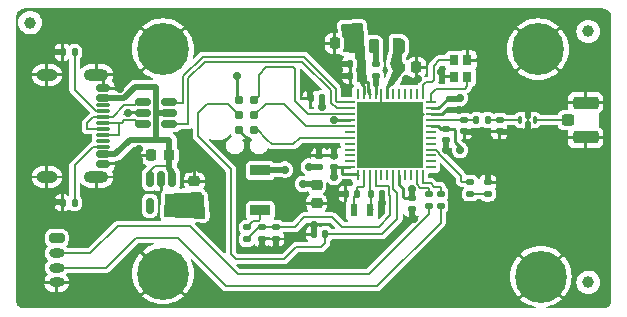
<source format=gbr>
%TF.GenerationSoftware,KiCad,Pcbnew,8.0.2*%
%TF.CreationDate,2024-11-05T19:48:56-03:00*%
%TF.ProjectId,BluetoothBoardSTM32,426c7565-746f-46f7-9468-426f61726453,rev?*%
%TF.SameCoordinates,PX2e0e41fPY5a51da2*%
%TF.FileFunction,Copper,L1,Top*%
%TF.FilePolarity,Positive*%
%FSLAX46Y46*%
G04 Gerber Fmt 4.6, Leading zero omitted, Abs format (unit mm)*
G04 Created by KiCad (PCBNEW 8.0.2) date 2024-11-05 19:48:56*
%MOMM*%
%LPD*%
G01*
G04 APERTURE LIST*
G04 Aperture macros list*
%AMRoundRect*
0 Rectangle with rounded corners*
0 $1 Rounding radius*
0 $2 $3 $4 $5 $6 $7 $8 $9 X,Y pos of 4 corners*
0 Add a 4 corners polygon primitive as box body*
4,1,4,$2,$3,$4,$5,$6,$7,$8,$9,$2,$3,0*
0 Add four circle primitives for the rounded corners*
1,1,$1+$1,$2,$3*
1,1,$1+$1,$4,$5*
1,1,$1+$1,$6,$7*
1,1,$1+$1,$8,$9*
0 Add four rect primitives between the rounded corners*
20,1,$1+$1,$2,$3,$4,$5,0*
20,1,$1+$1,$4,$5,$6,$7,0*
20,1,$1+$1,$6,$7,$8,$9,0*
20,1,$1+$1,$8,$9,$2,$3,0*%
G04 Aperture macros list end*
%TA.AperFunction,SMDPad,CuDef*%
%ADD10RoundRect,0.150000X-0.150000X0.512500X-0.150000X-0.512500X0.150000X-0.512500X0.150000X0.512500X0*%
%TD*%
%TA.AperFunction,ComponentPad*%
%ADD11C,4.400000*%
%TD*%
%TA.AperFunction,SMDPad,CuDef*%
%ADD12RoundRect,0.140000X-0.170000X0.140000X-0.170000X-0.140000X0.170000X-0.140000X0.170000X0.140000X0*%
%TD*%
%TA.AperFunction,SMDPad,CuDef*%
%ADD13R,1.700000X0.900000*%
%TD*%
%TA.AperFunction,SMDPad,CuDef*%
%ADD14RoundRect,0.140000X-0.140000X-0.170000X0.140000X-0.170000X0.140000X0.170000X-0.140000X0.170000X0*%
%TD*%
%TA.AperFunction,SMDPad,CuDef*%
%ADD15R,0.800000X0.900000*%
%TD*%
%TA.AperFunction,SMDPad,CuDef*%
%ADD16RoundRect,0.135000X-0.185000X0.135000X-0.185000X-0.135000X0.185000X-0.135000X0.185000X0.135000X0*%
%TD*%
%TA.AperFunction,SMDPad,CuDef*%
%ADD17RoundRect,0.068750X-0.068750X-0.281250X0.068750X-0.281250X0.068750X0.281250X-0.068750X0.281250X0*%
%TD*%
%TA.AperFunction,SMDPad,CuDef*%
%ADD18RoundRect,0.061250X-0.163750X-0.061250X0.163750X-0.061250X0.163750X0.061250X-0.163750X0.061250X0*%
%TD*%
%TA.AperFunction,SMDPad,CuDef*%
%ADD19RoundRect,0.147500X-0.172500X0.147500X-0.172500X-0.147500X0.172500X-0.147500X0.172500X0.147500X0*%
%TD*%
%TA.AperFunction,SMDPad,CuDef*%
%ADD20RoundRect,0.140000X0.140000X0.170000X-0.140000X0.170000X-0.140000X-0.170000X0.140000X-0.170000X0*%
%TD*%
%TA.AperFunction,SMDPad,CuDef*%
%ADD21C,1.000000*%
%TD*%
%TA.AperFunction,ConnectorPad*%
%ADD22C,0.787400*%
%TD*%
%TA.AperFunction,SMDPad,CuDef*%
%ADD23RoundRect,0.135000X-0.135000X-0.185000X0.135000X-0.185000X0.135000X0.185000X-0.135000X0.185000X0*%
%TD*%
%TA.AperFunction,SMDPad,CuDef*%
%ADD24RoundRect,0.150000X-0.512500X-0.150000X0.512500X-0.150000X0.512500X0.150000X-0.512500X0.150000X0*%
%TD*%
%TA.AperFunction,SMDPad,CuDef*%
%ADD25RoundRect,0.225000X-0.225000X-0.250000X0.225000X-0.250000X0.225000X0.250000X-0.225000X0.250000X0*%
%TD*%
%TA.AperFunction,SMDPad,CuDef*%
%ADD26RoundRect,0.225000X-0.250000X0.225000X-0.250000X-0.225000X0.250000X-0.225000X0.250000X0.225000X0*%
%TD*%
%TA.AperFunction,SMDPad,CuDef*%
%ADD27RoundRect,0.218750X-0.218750X-0.381250X0.218750X-0.381250X0.218750X0.381250X-0.218750X0.381250X0*%
%TD*%
%TA.AperFunction,SMDPad,CuDef*%
%ADD28RoundRect,0.225000X0.225000X0.250000X-0.225000X0.250000X-0.225000X-0.250000X0.225000X-0.250000X0*%
%TD*%
%TA.AperFunction,ComponentPad*%
%ADD29RoundRect,0.200000X-0.450000X0.200000X-0.450000X-0.200000X0.450000X-0.200000X0.450000X0.200000X0*%
%TD*%
%TA.AperFunction,ComponentPad*%
%ADD30O,1.300000X0.800000*%
%TD*%
%TA.AperFunction,SMDPad,CuDef*%
%ADD31RoundRect,0.147500X0.147500X0.172500X-0.147500X0.172500X-0.147500X-0.172500X0.147500X-0.172500X0*%
%TD*%
%TA.AperFunction,SMDPad,CuDef*%
%ADD32RoundRect,0.250000X-0.275000X-0.250000X0.275000X-0.250000X0.275000X0.250000X-0.275000X0.250000X0*%
%TD*%
%TA.AperFunction,SMDPad,CuDef*%
%ADD33RoundRect,0.250000X-0.850000X-0.275000X0.850000X-0.275000X0.850000X0.275000X-0.850000X0.275000X0*%
%TD*%
%TA.AperFunction,SMDPad,CuDef*%
%ADD34RoundRect,0.062500X0.062500X-0.375000X0.062500X0.375000X-0.062500X0.375000X-0.062500X-0.375000X0*%
%TD*%
%TA.AperFunction,SMDPad,CuDef*%
%ADD35RoundRect,0.062500X0.375000X-0.062500X0.375000X0.062500X-0.375000X0.062500X-0.375000X-0.062500X0*%
%TD*%
%TA.AperFunction,HeatsinkPad*%
%ADD36R,5.600000X5.600000*%
%TD*%
%TA.AperFunction,SMDPad,CuDef*%
%ADD37RoundRect,0.150000X-0.425000X0.150000X-0.425000X-0.150000X0.425000X-0.150000X0.425000X0.150000X0*%
%TD*%
%TA.AperFunction,SMDPad,CuDef*%
%ADD38RoundRect,0.075000X-0.500000X0.075000X-0.500000X-0.075000X0.500000X-0.075000X0.500000X0.075000X0*%
%TD*%
%TA.AperFunction,ComponentPad*%
%ADD39O,2.100000X1.000000*%
%TD*%
%TA.AperFunction,ComponentPad*%
%ADD40O,1.800000X1.000000*%
%TD*%
%TA.AperFunction,SMDPad,CuDef*%
%ADD41RoundRect,0.140000X0.170000X-0.140000X0.170000X0.140000X-0.170000X0.140000X-0.170000X-0.140000X0*%
%TD*%
%TA.AperFunction,SMDPad,CuDef*%
%ADD42R,0.600000X1.100000*%
%TD*%
%TA.AperFunction,SMDPad,CuDef*%
%ADD43RoundRect,0.225000X0.250000X-0.225000X0.250000X0.225000X-0.250000X0.225000X-0.250000X-0.225000X0*%
%TD*%
%TA.AperFunction,ViaPad*%
%ADD44C,0.900000*%
%TD*%
%TA.AperFunction,ViaPad*%
%ADD45C,0.700000*%
%TD*%
%TA.AperFunction,Conductor*%
%ADD46C,0.170000*%
%TD*%
%TA.AperFunction,Conductor*%
%ADD47C,0.500000*%
%TD*%
%TA.AperFunction,Conductor*%
%ADD48C,0.250000*%
%TD*%
%TA.AperFunction,Conductor*%
%ADD49C,0.200000*%
%TD*%
G04 APERTURE END LIST*
D10*
%TO.P,U3,1,VIN*%
%TO.N,+5V*%
X13244605Y10982106D03*
%TO.P,U3,2,GND*%
%TO.N,GND*%
X12294605Y10982106D03*
%TO.P,U3,3,EN*%
%TO.N,+5V*%
X11344605Y10982106D03*
%TO.P,U3,4,NC*%
%TO.N,unconnected-(U3-NC-Pad4)*%
X11344605Y8707106D03*
%TO.P,U3,5,VOUT*%
%TO.N,+3.3V*%
X13244605Y8707106D03*
%TD*%
D11*
%TO.P,H2,1,1*%
%TO.N,GND*%
X12457105Y2957106D03*
%TD*%
D12*
%TO.P,C4,1*%
%TO.N,+3.3V*%
X36457105Y15207106D03*
%TO.P,C4,2*%
%TO.N,GND*%
X36457105Y14247106D03*
%TD*%
D13*
%TO.P,SW1,1,1*%
%TO.N,+3.3V*%
X20707105Y11707106D03*
%TO.P,SW1,2,2*%
%TO.N,Net-(R1-Pad1)*%
X20707105Y8307106D03*
%TD*%
D14*
%TO.P,C10,1*%
%TO.N,/LSE_OUT*%
X30027105Y9707106D03*
%TO.P,C10,2*%
%TO.N,GND*%
X30987105Y9707106D03*
%TD*%
D15*
%TO.P,X1,1,1*%
%TO.N,/HSE_IN*%
X37107105Y21007106D03*
%TO.P,X1,2,2*%
%TO.N,GND*%
X37107105Y19607106D03*
%TO.P,X1,3,3*%
%TO.N,/HSE_OUT*%
X38207105Y19607106D03*
%TO.P,X1,4,4*%
%TO.N,GND*%
X38207105Y21007106D03*
%TD*%
D16*
%TO.P,R1,1*%
%TO.N,Net-(R1-Pad1)*%
X19557105Y6877106D03*
%TO.P,R1,2*%
%TO.N,/BOOT0*%
X19557105Y5857106D03*
%TD*%
D17*
%TO.P,FLT1,1,IN*%
%TO.N,/RF_MATCH*%
X42707105Y15957106D03*
D18*
%TO.P,FLT1,2,GND*%
%TO.N,GND*%
X43319605Y15729606D03*
D17*
%TO.P,FLT1,3,OUT*%
%TO.N,/RF_ANT*%
X43932105Y15957106D03*
D18*
%TO.P,FLT1,4,GND*%
%TO.N,GND*%
X43319605Y16184606D03*
%TD*%
D12*
%TO.P,C16,1*%
%TO.N,+3.3V*%
X36722105Y17767106D03*
%TO.P,C16,2*%
%TO.N,GND*%
X36722105Y16807106D03*
%TD*%
D19*
%TO.P,L3,1,1*%
%TO.N,Net-(L2-Pad1)*%
X30457105Y20677106D03*
%TO.P,L3,2,2*%
%TO.N,/SMPS_LX*%
X30457105Y19707106D03*
%TD*%
D20*
%TO.P,C8,1*%
%TO.N,+3.3V*%
X29257105Y20707106D03*
%TO.P,C8,2*%
%TO.N,GND*%
X28297105Y20707106D03*
%TD*%
D21*
%TO.P,FID1,*%
%TO.N,*%
X1207105Y24207106D03*
%TD*%
D22*
%TO.P,J3,1,VCC*%
%TO.N,+3.3V*%
X18932105Y17617106D03*
%TO.P,J3,2,SWDIO*%
%TO.N,/SWDIO*%
X20202105Y17617106D03*
%TO.P,J3,3,~{RESET}*%
%TO.N,N/C*%
X18932105Y16347106D03*
%TO.P,J3,4,SWCLK*%
%TO.N,/SWCLK*%
X20202105Y16347106D03*
%TO.P,J3,5,GND*%
%TO.N,GND*%
X18932105Y15077106D03*
%TO.P,J3,6,SWO*%
%TO.N,/SWO*%
X20202105Y15077106D03*
%TD*%
D23*
%TO.P,R6,1*%
%TO.N,GND*%
X3957105Y8957106D03*
%TO.P,R6,2*%
%TO.N,/USB_CC2*%
X4977105Y8957106D03*
%TD*%
D24*
%TO.P,U2,1,I/O1*%
%TO.N,/USB_D-*%
X10732105Y17507106D03*
%TO.P,U2,2,GND*%
%TO.N,GND*%
X10732105Y16557106D03*
%TO.P,U2,3,I/O2*%
%TO.N,/USB_D+*%
X10732105Y15607106D03*
%TO.P,U2,4,I/O2*%
X13007105Y15607106D03*
%TO.P,U2,5,VBUS*%
%TO.N,+5V*%
X13007105Y16557106D03*
%TO.P,U2,6,I/O1*%
%TO.N,/USB_D-*%
X13007105Y17507106D03*
%TD*%
D25*
%TO.P,C9,1*%
%TO.N,/SMPS_FB*%
X32357105Y20407106D03*
%TO.P,C9,2*%
%TO.N,GND*%
X33907105Y20407106D03*
%TD*%
D21*
%TO.P,FID3,*%
%TO.N,*%
X48457105Y2207106D03*
%TD*%
D26*
%TO.P,C1,1*%
%TO.N,+3.3V*%
X25457105Y10457106D03*
%TO.P,C1,2*%
%TO.N,GND*%
X25457105Y8907106D03*
%TD*%
D16*
%TO.P,R3,1*%
%TO.N,Net-(U1-PA7)*%
X38457105Y10727106D03*
%TO.P,R3,2*%
%TO.N,Net-(D1-A)*%
X38457105Y9707106D03*
%TD*%
D27*
%TO.P,L2,1,1*%
%TO.N,Net-(L2-Pad1)*%
X30282105Y22207106D03*
%TO.P,L2,2,2*%
%TO.N,/SMPS_FB*%
X32407105Y22207106D03*
%TD*%
D11*
%TO.P,H3,1,1*%
%TO.N,GND*%
X44207105Y21957106D03*
%TD*%
D12*
%TO.P,C3,1*%
%TO.N,/RF_MATCH*%
X40957105Y15957106D03*
%TO.P,C3,2*%
%TO.N,GND*%
X40957105Y14997106D03*
%TD*%
D28*
%TO.P,C13,1*%
%TO.N,+3.3V*%
X28557105Y22457106D03*
%TO.P,C13,2*%
%TO.N,GND*%
X27007105Y22457106D03*
%TD*%
D16*
%TO.P,R4,1*%
%TO.N,/UART_TX*%
X34957105Y9707106D03*
%TO.P,R4,2*%
%TO.N,Net-(J2-Pin_2)*%
X34957105Y8687106D03*
%TD*%
D20*
%TO.P,C14,1*%
%TO.N,+3.3V*%
X25907105Y17807106D03*
%TO.P,C14,2*%
%TO.N,GND*%
X24947105Y17807106D03*
%TD*%
D28*
%TO.P,C18,1*%
%TO.N,+5V*%
X13007105Y12957106D03*
%TO.P,C18,2*%
%TO.N,GND*%
X11457105Y12957106D03*
%TD*%
D11*
%TO.P,H4,1,1*%
%TO.N,GND*%
X44457105Y2707106D03*
%TD*%
D12*
%TO.P,C12,1*%
%TO.N,+3.3V*%
X33507105Y9372106D03*
%TO.P,C12,2*%
%TO.N,GND*%
X33507105Y8412106D03*
%TD*%
D29*
%TO.P,J2,1,Pin_1*%
%TO.N,+3.3V*%
X3457105Y5957106D03*
D30*
%TO.P,J2,2,Pin_2*%
%TO.N,Net-(J2-Pin_2)*%
X3457105Y4707106D03*
%TO.P,J2,3,Pin_3*%
%TO.N,Net-(J2-Pin_3)*%
X3457105Y3457106D03*
%TO.P,J2,4,Pin_4*%
%TO.N,GND*%
X3457105Y2207106D03*
%TD*%
D20*
%TO.P,C7,1*%
%TO.N,/LSE_IN*%
X28907105Y9707106D03*
%TO.P,C7,2*%
%TO.N,GND*%
X27947105Y9707106D03*
%TD*%
D31*
%TO.P,L1,1,1*%
%TO.N,/RF_MATCH*%
X39957105Y15957106D03*
%TO.P,L1,2,2*%
%TO.N,/RF*%
X38987105Y15957106D03*
%TD*%
D19*
%TO.P,D1,1,K*%
%TO.N,GND*%
X39957105Y10677106D03*
%TO.P,D1,2,A*%
%TO.N,Net-(D1-A)*%
X39957105Y9707106D03*
%TD*%
D32*
%TO.P,J1,1,In*%
%TO.N,/RF_ANT*%
X46707105Y15957106D03*
D33*
%TO.P,J1,2,Ext*%
%TO.N,GND*%
X48232105Y17432106D03*
X48232105Y14482106D03*
%TD*%
D23*
%TO.P,R7,1*%
%TO.N,GND*%
X3957105Y21707106D03*
%TO.P,R7,2*%
%TO.N,Net-(J4-CC1)*%
X4977105Y21707106D03*
%TD*%
D34*
%TO.P,U1,1,VBAT*%
%TO.N,+3.3V*%
X28957105Y11269606D03*
%TO.P,U1,2,PC14*%
%TO.N,/LSE_IN*%
X29457105Y11269606D03*
%TO.P,U1,3,PC15*%
%TO.N,/LSE_OUT*%
X29957105Y11269606D03*
%TO.P,U1,4,PH3*%
%TO.N,/BOOT0*%
X30457105Y11269606D03*
%TO.P,U1,5,PB8*%
%TO.N,unconnected-(U1-PB8-Pad5)*%
X30957105Y11269606D03*
%TO.P,U1,6,PB9*%
%TO.N,unconnected-(U1-PB9-Pad6)*%
X31457105Y11269606D03*
%TO.P,U1,7 NSRT*%
%TO.N,N/C*%
X31957105Y11269606D03*
%TO.P,U1,8,VDDA*%
%TO.N,+3.3V*%
X32457105Y11269606D03*
%TO.P,U1,9,PA0*%
%TO.N,unconnected-(U1-PA0-Pad9)*%
X32957105Y11269606D03*
%TO.P,U1,10,PA1*%
%TO.N,unconnected-(U1-PA1-Pad10)*%
X33457105Y11269606D03*
%TO.P,U1,11,PA2*%
%TO.N,/UART_TX*%
X33957105Y11269606D03*
%TO.P,U1,12,PA3*%
%TO.N,/UART_RX*%
X34457105Y11269606D03*
D35*
%TO.P,U1,13,PA4*%
%TO.N,unconnected-(U1-PA4-Pad13)*%
X35144605Y11957106D03*
%TO.P,U1,14,PA5*%
%TO.N,unconnected-(U1-PA5-Pad14)*%
X35144605Y12457106D03*
%TO.P,U1,15,PA6*%
%TO.N,unconnected-(U1-PA6-Pad15)*%
X35144605Y12957106D03*
%TO.P,U1,16,PA7*%
%TO.N,Net-(U1-PA7)*%
X35144605Y13457106D03*
%TO.P,U1,17,PA8*%
%TO.N,unconnected-(U1-PA8-Pad17)*%
X35144605Y13957106D03*
%TO.P,U1,18,PA9*%
%TO.N,unconnected-(U1-PA9-Pad18)*%
X35144605Y14457106D03*
%TO.P,U1,19,PB2*%
%TO.N,unconnected-(U1-PB2-Pad19)*%
X35144605Y14957106D03*
%TO.P,U1,20,VDD*%
%TO.N,+3.3V*%
X35144605Y15457106D03*
%TO.P,U1,21,RF1*%
%TO.N,/RF*%
X35144605Y15957106D03*
%TO.P,U1,22,VSSRF*%
%TO.N,GND*%
X35144605Y16457106D03*
%TO.P,U1,23,VDDRF*%
%TO.N,+3.3V*%
X35144605Y16957106D03*
%TO.P,U1,24,OSC_OUT*%
%TO.N,/HSE_OUT*%
X35144605Y17457106D03*
D34*
%TO.P,U1,25,OSC_IN*%
%TO.N,/HSE_IN*%
X34457105Y18144606D03*
%TO.P,U1,26,AT0*%
%TO.N,unconnected-(U1-AT0-Pad26)*%
X33957105Y18144606D03*
%TO.P,U1,27,AT1*%
%TO.N,unconnected-(U1-AT1-Pad27)*%
X33457105Y18144606D03*
%TO.P,U1,28,PB0*%
%TO.N,unconnected-(U1-PB0-Pad28)*%
X32957105Y18144606D03*
%TO.P,U1,29,PB1*%
%TO.N,unconnected-(U1-PB1-Pad29)*%
X32457105Y18144606D03*
%TO.P,U1,30,PE4*%
%TO.N,unconnected-(U1-PE4-Pad30)*%
X31957105Y18144606D03*
%TO.P,U1,31,VFBSMPS*%
%TO.N,/SMPS_FB*%
X31457105Y18144606D03*
%TO.P,U1,32,VSSSMPS*%
%TO.N,GND*%
X30957105Y18144606D03*
%TO.P,U1,33,VLXSMPS*%
%TO.N,/SMPS_LX*%
X30457105Y18144606D03*
%TO.P,U1,34,VDDSMPS*%
%TO.N,+3.3V*%
X29957105Y18144606D03*
%TO.P,U1,35,VDD*%
X29457105Y18144606D03*
%TO.P,U1,36,PA10*%
%TO.N,unconnected-(U1-PA10-Pad36)*%
X28957105Y18144606D03*
D35*
%TO.P,U1,37,PA11*%
%TO.N,/USB_D-*%
X28269605Y17457106D03*
%TO.P,U1,38,PA12*%
%TO.N,/USB_D+*%
X28269605Y16957106D03*
%TO.P,U1,39,PA13*%
%TO.N,/SWDIO*%
X28269605Y16457106D03*
%TO.P,U1,40,VDDUSB*%
%TO.N,+3.3V*%
X28269605Y15957106D03*
%TO.P,U1,41,PA14*%
%TO.N,/SWCLK*%
X28269605Y15457106D03*
%TO.P,U1,42,PA15*%
%TO.N,unconnected-(U1-PA15-Pad42)*%
X28269605Y14957106D03*
%TO.P,U1,43,PB3*%
%TO.N,/SWO*%
X28269605Y14457106D03*
%TO.P,U1,44,PB4*%
%TO.N,unconnected-(U1-PB4-Pad44)*%
X28269605Y13957106D03*
%TO.P,U1,45,PB5*%
%TO.N,unconnected-(U1-PB5-Pad45)*%
X28269605Y13457106D03*
%TO.P,U1,46,PB6*%
%TO.N,unconnected-(U1-PB6-Pad46)*%
X28269605Y12957106D03*
%TO.P,U1,47,PB7*%
%TO.N,unconnected-(U1-PB7-Pad47)*%
X28269605Y12457106D03*
%TO.P,U1,48,VDD*%
%TO.N,+3.3V*%
X28269605Y11957106D03*
D36*
%TO.P,U1,49,VSS*%
%TO.N,GND*%
X31707105Y14707106D03*
%TD*%
D37*
%TO.P,J4,A1,GND*%
%TO.N,GND*%
X7387105Y18657106D03*
%TO.P,J4,A4,VBUS*%
%TO.N,+5V*%
X7387105Y17857106D03*
D38*
%TO.P,J4,A5,CC1*%
%TO.N,Net-(J4-CC1)*%
X7387105Y16707106D03*
%TO.P,J4,A6,D+*%
%TO.N,/USB_D+*%
X7387105Y15707106D03*
%TO.P,J4,A7,D-*%
%TO.N,/USB_D-*%
X7387105Y15207106D03*
%TO.P,J4,A8,SBU1*%
%TO.N,unconnected-(J4-SBU1-PadA8)*%
X7387105Y14207106D03*
D37*
%TO.P,J4,A9,VBUS*%
%TO.N,+5V*%
X7387105Y13057106D03*
%TO.P,J4,A12,GND*%
%TO.N,GND*%
X7387105Y12257106D03*
%TO.P,J4,B1,GND*%
X7387105Y12257106D03*
%TO.P,J4,B4,VBUS*%
%TO.N,+5V*%
X7387105Y13057106D03*
D38*
%TO.P,J4,B5,CC2*%
%TO.N,/USB_CC2*%
X7387105Y13707106D03*
%TO.P,J4,B6,D+*%
%TO.N,/USB_D+*%
X7387105Y14707106D03*
%TO.P,J4,B7,D-*%
%TO.N,/USB_D-*%
X7387105Y16207106D03*
%TO.P,J4,B8,SBU2*%
%TO.N,unconnected-(J4-SBU2-PadB8)*%
X7387105Y17207106D03*
D37*
%TO.P,J4,B9,VBUS*%
%TO.N,+5V*%
X7387105Y17857106D03*
%TO.P,J4,B12,GND*%
%TO.N,GND*%
X7387105Y18657106D03*
D39*
%TO.P,J4,S1,SHIELD*%
X6812105Y19777106D03*
D40*
X2632105Y19777106D03*
D39*
X6812105Y11137106D03*
D40*
X2632105Y11137106D03*
%TD*%
D41*
%TO.P,C11,1*%
%TO.N,+3.3V*%
X26957105Y11977106D03*
%TO.P,C11,2*%
%TO.N,GND*%
X26957105Y12937106D03*
%TD*%
D42*
%TO.P,X2,1,1*%
%TO.N,/LSE_IN*%
X28607105Y8307106D03*
%TO.P,X2,2,2*%
%TO.N,/LSE_OUT*%
X30007105Y8307106D03*
%TD*%
D11*
%TO.P,H1,1,1*%
%TO.N,GND*%
X12457105Y21957106D03*
%TD*%
D41*
%TO.P,C6,1*%
%TO.N,+3.3V*%
X25707105Y11977106D03*
%TO.P,C6,2*%
%TO.N,GND*%
X25707105Y12937106D03*
%TD*%
D16*
%TO.P,R2,1*%
%TO.N,/BOOT0*%
X22007105Y6907106D03*
%TO.P,R2,2*%
%TO.N,GND*%
X22007105Y5887106D03*
%TD*%
D20*
%TO.P,C15,1*%
%TO.N,+3.3V*%
X29257105Y19707106D03*
%TO.P,C15,2*%
%TO.N,GND*%
X28297105Y19707106D03*
%TD*%
D21*
%TO.P,FID2,*%
%TO.N,*%
X48457105Y23457106D03*
%TD*%
D16*
%TO.P,R5,1*%
%TO.N,/UART_RX*%
X35957105Y9717106D03*
%TO.P,R5,2*%
%TO.N,Net-(J2-Pin_3)*%
X35957105Y8697106D03*
%TD*%
D12*
%TO.P,C2,1*%
%TO.N,/BOOT0*%
X20807105Y6867106D03*
%TO.P,C2,2*%
%TO.N,GND*%
X20807105Y5907106D03*
%TD*%
D14*
%TO.P,C17,1*%
%TO.N,GND*%
X25227105Y6307106D03*
%TO.P,C17,2*%
%TO.N,N/C*%
X26187105Y6307106D03*
%TD*%
D43*
%TO.P,C19,1*%
%TO.N,+3.3V*%
X15107105Y9207106D03*
%TO.P,C19,2*%
%TO.N,GND*%
X15107105Y10757106D03*
%TD*%
D12*
%TO.P,C5,1*%
%TO.N,/RF*%
X37957105Y15957106D03*
%TO.P,C5,2*%
%TO.N,GND*%
X37957105Y14997106D03*
%TD*%
D44*
%TO.N,GND*%
X41707105Y24707106D03*
D45*
X47307105Y18707106D03*
X8807105Y12207106D03*
X25207105Y7077106D03*
X22007105Y5127106D03*
D44*
X43707105Y10707106D03*
D45*
X30457105Y13507106D03*
D44*
X707105Y18707106D03*
X49707105Y7707106D03*
D45*
X47107105Y13207106D03*
X9457105Y16557106D03*
X33957105Y14707106D03*
X39957105Y11477106D03*
D44*
X15707105Y707106D03*
D45*
X3137105Y21707106D03*
D44*
X707105Y21707106D03*
D45*
X48407105Y18707106D03*
D44*
X6707105Y21707106D03*
D45*
X48307105Y13207106D03*
D44*
X49707105Y4707106D03*
X38707105Y24707106D03*
X707105Y15707106D03*
D45*
X37492105Y16807106D03*
D44*
X18707105Y707106D03*
X43707105Y7707106D03*
X707105Y1707106D03*
D45*
X24307105Y9407106D03*
X32957105Y16207106D03*
D44*
X3707105Y15707106D03*
X39707105Y707106D03*
X35707105Y24707106D03*
D45*
X10407105Y13507106D03*
D44*
X9707105Y24707106D03*
D45*
X33957105Y12707106D03*
D44*
X39706870Y3672702D03*
D45*
X31007105Y8907106D03*
X34057105Y19407106D03*
D44*
X46707105Y7707106D03*
D45*
X26957105Y13707106D03*
D44*
X30707105Y707106D03*
D45*
X27007105Y20707106D03*
D44*
X707105Y8707106D03*
X6707105Y24707106D03*
D45*
X29457105Y14707106D03*
X8807105Y18607106D03*
D44*
X20707105Y10007106D03*
X707105Y4707106D03*
D45*
X25757105Y22957106D03*
X36007105Y19992106D03*
D44*
X3707105Y24707106D03*
X32707105Y24707106D03*
X24707105Y707106D03*
X15707105Y24707106D03*
D45*
X17407105Y13907106D03*
D44*
X33707105Y707106D03*
D45*
X25757105Y21957106D03*
X41727105Y14957106D03*
X14707105Y11807106D03*
X24907105Y18507106D03*
X33957105Y16957106D03*
X27222105Y9707106D03*
X38727105Y14957106D03*
D44*
X707105Y12707106D03*
D45*
X32957105Y13457106D03*
X3237105Y9007106D03*
X20807105Y5167106D03*
D44*
X7707105Y707106D03*
D45*
X33707105Y7622106D03*
D44*
X24707105Y24707106D03*
D45*
X25707105Y13707106D03*
X29457105Y16957106D03*
X31707105Y16957106D03*
X49507105Y18707106D03*
X10407105Y12607106D03*
X39307105Y21007106D03*
D44*
X3707105Y12707106D03*
X46707105Y10707106D03*
D45*
X49507105Y13207106D03*
X15607105Y11807106D03*
D44*
X18707105Y24707106D03*
X49707105Y10707106D03*
X36707105Y707106D03*
D45*
X27107105Y19707106D03*
X30457105Y16207106D03*
D44*
X36707105Y3707106D03*
X27707105Y707106D03*
X39707105Y6707106D03*
D45*
X29457105Y12707106D03*
D44*
X21707105Y24707106D03*
D45*
X36457105Y13437106D03*
X43307105Y16907106D03*
X33057105Y19407106D03*
X24307105Y8507106D03*
X31707105Y12457106D03*
D44*
X21707105Y707106D03*
D45*
X43307105Y15007106D03*
%TO.N,+3.3V*%
X15607105Y8107106D03*
X26957105Y11157106D03*
X37607105Y13407106D03*
X22757105Y11757106D03*
X25907105Y17092106D03*
X26957105Y15957106D03*
X24307105Y10557106D03*
X18707105Y19707106D03*
X28107105Y23657106D03*
X28957105Y23657106D03*
X14707105Y8107106D03*
X37582104Y17795873D03*
X33507105Y10082106D03*
X24807105Y12007106D03*
%TD*%
D46*
%TO.N,*%
X31007105Y6307106D02*
X26187105Y6307106D01*
X18207105Y4607106D02*
X18207105Y11807106D01*
X26187105Y5587106D02*
X25807105Y5207106D01*
X25807105Y5207106D02*
X23707105Y5207106D01*
X26187105Y6307106D02*
X26187105Y5587106D01*
X16188840Y17307106D02*
X17972105Y17307106D01*
X32307105Y9807106D02*
X32307105Y7607106D01*
X22692105Y4192106D02*
X18622105Y4192106D01*
X15407105Y16525371D02*
X16188840Y17307106D01*
X18622105Y4192106D02*
X18207105Y4607106D01*
X32307105Y7607106D02*
X31007105Y6307106D01*
X23707105Y5207106D02*
X22692105Y4192106D01*
X31957105Y10157106D02*
X32307105Y9807106D01*
X17972105Y17307106D02*
X18932105Y16347106D01*
X31957105Y11269606D02*
X31957105Y10157106D01*
X15407105Y14607106D02*
X15407105Y16525371D01*
X18207105Y11807106D02*
X15407105Y14607106D01*
D47*
%TO.N,GND*%
X27992105Y9707106D02*
X27222105Y9707106D01*
X3907105Y21707106D02*
X3137105Y21707106D01*
X40957105Y14957106D02*
X41727105Y14957106D01*
X43319605Y16184606D02*
X43319605Y16894606D01*
D48*
X35144605Y16457106D02*
X36057105Y16457106D01*
D47*
X43319605Y16894606D02*
X43307105Y16907106D01*
X25207105Y6307106D02*
X25207105Y7077106D01*
X25707105Y12937106D02*
X25707105Y13707106D01*
X37957105Y14957106D02*
X38727105Y14957106D01*
X33507105Y8392106D02*
X33507105Y7622106D01*
D49*
X30957105Y15457106D02*
X31707105Y14707106D01*
D47*
X22007105Y5897106D02*
X22007105Y5127106D01*
D48*
X36057105Y16457106D02*
X36407105Y16807106D01*
D49*
X30957105Y18144606D02*
X30957105Y15457106D01*
D48*
X36407105Y16807106D02*
X36722105Y16807106D01*
D47*
X26957105Y12822106D02*
X26957105Y13592106D01*
X43319605Y15019606D02*
X43307105Y15007106D01*
X24907105Y17737106D02*
X24907105Y18507106D01*
X28257105Y19707106D02*
X27107105Y19707106D01*
X36457105Y14207106D02*
X36457105Y13437106D01*
X36722105Y16807106D02*
X37492105Y16807106D01*
X31007105Y9687106D02*
X31007105Y9207106D01*
X39957105Y10707106D02*
X39957105Y11477106D01*
X28257105Y20707106D02*
X27007105Y20707106D01*
X20807105Y5907106D02*
X20807105Y5167106D01*
X30987105Y9707106D02*
X31007105Y9687106D01*
X43319605Y15729606D02*
X43319605Y15019606D01*
X4007105Y9007106D02*
X3237105Y9007106D01*
%TO.N,+3.3V*%
X36722105Y17767106D02*
X37553337Y17767106D01*
D48*
X35144605Y16957106D02*
X35757105Y16957106D01*
X37107105Y15207106D02*
X37207105Y15107106D01*
X27607105Y11407106D02*
X27607105Y11907106D01*
X29457105Y18857106D02*
X29257105Y19057106D01*
X32457105Y10507106D02*
X32807105Y10157106D01*
X35757105Y16957106D02*
X36567105Y17767106D01*
X32457105Y11269606D02*
X32457105Y10507106D01*
X32807105Y10157106D02*
X32807105Y9457106D01*
X28269605Y15957106D02*
X26957105Y15957106D01*
D47*
X22707105Y11707106D02*
X22757105Y11757106D01*
D48*
X32907105Y9357106D02*
X33107105Y9357106D01*
X27557105Y11957106D02*
X26977105Y11957106D01*
X36457105Y15207106D02*
X37107105Y15207106D01*
X37607105Y13657106D02*
X37607105Y13407106D01*
X28269605Y11957106D02*
X27557105Y11957106D01*
X27607105Y11907106D02*
X27557105Y11957106D01*
X28957105Y11269606D02*
X28819605Y11407106D01*
D47*
X24837105Y11977106D02*
X24807105Y12007106D01*
D48*
X29807105Y19157106D02*
X29257105Y19157106D01*
X36567105Y17767106D02*
X36722105Y17767106D01*
X29257105Y19057106D02*
X29257105Y19157106D01*
X29807105Y18294606D02*
X29807105Y19157106D01*
X28819605Y11407106D02*
X27607105Y11407106D01*
X33107105Y9357106D02*
X33122105Y9372106D01*
D47*
X25357105Y10557106D02*
X25457105Y10457106D01*
D48*
X35707105Y15457106D02*
X35957105Y15207106D01*
X29957105Y18144606D02*
X29807105Y18294606D01*
D47*
X33507105Y10082106D02*
X33507105Y9372106D01*
D48*
X37207105Y14057106D02*
X37607105Y13657106D01*
X37207105Y15107106D02*
X37207105Y14057106D01*
D47*
X24307105Y10557106D02*
X25357105Y10557106D01*
D48*
X32807105Y9457106D02*
X32907105Y9357106D01*
D47*
X20707105Y11707106D02*
X22707105Y11707106D01*
X25907105Y17807106D02*
X25907105Y17292106D01*
X25707105Y11977106D02*
X24837105Y11977106D01*
D48*
X18686805Y17862406D02*
X18686805Y19686806D01*
X18932105Y17617106D02*
X18686805Y17862406D01*
X29457105Y18144606D02*
X29457105Y18857106D01*
D47*
X26957105Y11977106D02*
X26957105Y11157106D01*
D48*
X35957105Y15207106D02*
X36457105Y15207106D01*
X29257105Y19157106D02*
X29257105Y19707106D01*
D47*
X37553337Y17767106D02*
X37582104Y17795873D01*
D48*
X35144605Y15457106D02*
X35707105Y15457106D01*
X33122105Y9372106D02*
X33507105Y9372106D01*
X26977105Y11957106D02*
X26957105Y11977106D01*
X18686805Y19686806D02*
X18707105Y19707106D01*
D46*
%TO.N,/BOOT0*%
X30457105Y10457106D02*
X30507105Y10407106D01*
X31587105Y9627106D02*
X31707105Y9507106D01*
X26802105Y7712106D02*
X24412105Y7712106D01*
X30457105Y11269606D02*
X30457105Y10457106D01*
X20807105Y6867106D02*
X20567105Y6867106D01*
X23607105Y6907106D02*
X22007105Y6907106D01*
X31507105Y10407106D02*
X31587105Y10327106D01*
X20567105Y6867106D02*
X19557105Y5857106D01*
X24412105Y7712106D02*
X23607105Y6907106D01*
X27607105Y6907106D02*
X26802105Y7712106D01*
X22007105Y6907106D02*
X20847105Y6907106D01*
X30707105Y6907106D02*
X27607105Y6907106D01*
X31707105Y9507106D02*
X31707105Y7907106D01*
X31707105Y7907106D02*
X30707105Y6907106D01*
X30507105Y10407106D02*
X31507105Y10407106D01*
X20847105Y6907106D02*
X20807105Y6867106D01*
X31587105Y10327106D02*
X31587105Y9627106D01*
%TO.N,/RF_MATCH*%
X40957105Y15957106D02*
X42707105Y15957106D01*
X39957105Y15957106D02*
X40957105Y15957106D01*
%TO.N,/RF*%
X37957105Y15957106D02*
X38987105Y15957106D01*
X35144605Y15957106D02*
X37957105Y15957106D01*
%TO.N,/LSE_IN*%
X29407105Y10307106D02*
X28907105Y10307106D01*
X28907105Y10307106D02*
X28907105Y9707106D01*
X28607105Y9407106D02*
X28607105Y8307106D01*
X29457105Y11269606D02*
X29457105Y10357106D01*
X29457105Y10357106D02*
X29407105Y10307106D01*
X28907105Y9707106D02*
X28607105Y9407106D01*
%TO.N,/LSE_OUT*%
X29957105Y11269606D02*
X29957105Y9777106D01*
X29957105Y9777106D02*
X30027105Y9707106D01*
X30027105Y8487106D02*
X30207105Y8307106D01*
X30027105Y9707106D02*
X30027105Y8487106D01*
D47*
%TO.N,+5V*%
X11844605Y16154422D02*
X11857105Y16141922D01*
X11844605Y16607106D02*
X11844605Y16154422D01*
X8407105Y13057106D02*
X9657105Y14307106D01*
X13007105Y11784790D02*
X13007105Y12107106D01*
X7387105Y13057106D02*
X8407105Y13057106D01*
D46*
X11807106Y12107106D02*
X13007105Y12107106D01*
D47*
X13007105Y14307106D02*
X13007105Y12957106D01*
X13007105Y16557106D02*
X11894605Y16557106D01*
X7387105Y17857106D02*
X7437105Y17807106D01*
X11807105Y18757106D02*
X11844605Y18719606D01*
X13007105Y12107106D02*
X13007105Y12957106D01*
D46*
X11344605Y11644605D02*
X11807106Y12107106D01*
D47*
X11844605Y18719606D02*
X11844605Y16607106D01*
X7437105Y17807106D02*
X9157105Y17807106D01*
X11857105Y16141922D02*
X11857105Y14307106D01*
X10107105Y18757106D02*
X11807105Y18757106D01*
X9657105Y14307106D02*
X11857105Y14307106D01*
X11894605Y16557106D02*
X11844605Y16607106D01*
X13244605Y10982106D02*
X13244605Y11547290D01*
D46*
X11344605Y10982106D02*
X11344605Y11644605D01*
D47*
X11857105Y14307106D02*
X13007105Y14307106D01*
X9157105Y17807106D02*
X10107105Y18757106D01*
X13244605Y11547290D02*
X13007105Y11784790D01*
D46*
%TO.N,Net-(D1-A)*%
X38457105Y9707106D02*
X39957105Y9707106D01*
%TO.N,/RF_ANT*%
X43932105Y15957106D02*
X46707105Y15957106D01*
%TO.N,Net-(J2-Pin_2)*%
X14707105Y7007106D02*
X8607105Y7007106D01*
X6307105Y4707106D02*
X3457105Y4707106D01*
X34957105Y7974080D02*
X29890131Y2907106D01*
X8607105Y7007106D02*
X6307105Y4707106D01*
X29890131Y2907106D02*
X18807105Y2907106D01*
X18807105Y2907106D02*
X14707105Y7007106D01*
X34957105Y8687106D02*
X34957105Y7974080D01*
%TO.N,Net-(J2-Pin_3)*%
X35957105Y7257106D02*
X30607105Y1907106D01*
X13707105Y6007106D02*
X10207105Y6007106D01*
X30607105Y1907106D02*
X17807105Y1907106D01*
X10207105Y6007106D02*
X7657105Y3457106D01*
X7657105Y3457106D02*
X3457105Y3457106D01*
X35957105Y8697106D02*
X35957105Y7257106D01*
X17807105Y1907106D02*
X13707105Y6007106D01*
%TO.N,/SWO*%
X20501469Y15077106D02*
X20202105Y15077106D01*
X21671469Y13907106D02*
X21271469Y14307106D01*
X28269605Y14457106D02*
X24057105Y14457106D01*
X21271469Y14307106D02*
X20501469Y15077106D01*
X23507105Y13907106D02*
X21671469Y13907106D01*
X24057105Y14457106D02*
X23507105Y13907106D01*
%TO.N,/SWCLK*%
X28269605Y15457106D02*
X24529317Y15457106D01*
X22679317Y17307106D02*
X21162105Y17307106D01*
X21162105Y17307106D02*
X20202105Y16347106D01*
X24529317Y15457106D02*
X22679317Y17307106D01*
%TO.N,/SWDIO*%
X23639555Y17574656D02*
X23639555Y18307106D01*
X23472005Y20407106D02*
X22754317Y20407106D01*
X21219555Y20419556D02*
X20574655Y19774656D01*
X20574655Y19774656D02*
X20574655Y17989656D01*
X28269605Y16457106D02*
X24757105Y16457106D01*
X23639555Y20239556D02*
X23472005Y20407106D01*
X23639555Y18252344D02*
X23639555Y20239556D01*
X22741867Y20419556D02*
X21219555Y20419556D01*
X22754317Y20407106D02*
X22741867Y20419556D01*
X24757105Y16457106D02*
X23639555Y17574656D01*
X20574655Y17989656D02*
X20202105Y17617106D01*
%TO.N,Net-(J4-CC1)*%
X4977105Y18530910D02*
X4977105Y21707106D01*
X7387105Y16707106D02*
X6800909Y16707106D01*
X6800909Y16707106D02*
X4977105Y18530910D01*
%TO.N,/USB_CC2*%
X4977105Y12179629D02*
X4977105Y8957106D01*
X7387105Y13707106D02*
X6504582Y13707106D01*
X6504582Y13707106D02*
X4977105Y12179629D01*
D47*
%TO.N,Net-(L2-Pad1)*%
X30457105Y22032106D02*
X30282105Y22207106D01*
X30457105Y20677106D02*
X30457105Y22032106D01*
D48*
%TO.N,/SMPS_LX*%
X30457105Y18144606D02*
X30457105Y18957106D01*
D47*
X30457105Y19657106D02*
X30407105Y19707106D01*
X30457105Y18957106D02*
X30457105Y19657106D01*
D46*
%TO.N,Net-(R1-Pad1)*%
X20582105Y7432106D02*
X20707105Y7557106D01*
X20112105Y7432106D02*
X20582105Y7432106D01*
X20707105Y7557106D02*
X20707105Y8307106D01*
X19557105Y6877106D02*
X20112105Y7432106D01*
%TO.N,Net-(U1-PA7)*%
X37707105Y11207106D02*
X37707105Y10807106D01*
X37787105Y10727106D02*
X38457105Y10727106D01*
X35867105Y13047106D02*
X37707105Y11207106D01*
X37707105Y10807106D02*
X37787105Y10727106D01*
X35582104Y13457106D02*
X35867105Y13172105D01*
X35867105Y13172105D02*
X35867105Y13047106D01*
X35144605Y13457106D02*
X35582104Y13457106D01*
%TO.N,/UART_TX*%
X33957105Y11269606D02*
X33957105Y10530132D01*
X33957105Y10530132D02*
X34247285Y10239952D01*
X34247285Y10239952D02*
X34957105Y10239952D01*
X34957105Y10239952D02*
X34957105Y9707106D01*
%TO.N,/UART_RX*%
X34507105Y10609952D02*
X35110364Y10609952D01*
X35907105Y10307106D02*
X35957105Y10257106D01*
X34457105Y10659952D02*
X34507105Y10609952D01*
X35413210Y10307106D02*
X35907105Y10307106D01*
X35957105Y10257106D02*
X35957105Y9717106D01*
X34457105Y11269606D02*
X34457105Y10659952D01*
X35110364Y10609952D02*
X35413210Y10307106D01*
%TO.N,/USB_D-*%
X27067366Y17598560D02*
X27208820Y17457106D01*
X15826333Y21302106D02*
X24387877Y21302106D01*
X6007105Y15207106D02*
X6007105Y15707106D01*
X14175489Y17407106D02*
X14175489Y19651262D01*
X24387877Y21302106D02*
X27067366Y18622617D01*
X8209079Y16207106D02*
X7387105Y16207106D01*
X27208820Y17457106D02*
X28269605Y17457106D01*
X7387105Y15207106D02*
X6007105Y15207106D01*
X27067366Y18622617D02*
X27067366Y17598560D01*
X14175489Y19651262D02*
X15826333Y21302106D01*
X6007105Y15707106D02*
X6507105Y16207106D01*
X13007105Y17507106D02*
X13107105Y17407106D01*
X10369605Y17507106D02*
X10054605Y17192106D01*
X6507105Y16207106D02*
X7387105Y16207106D01*
X10054605Y17192106D02*
X9194079Y17192106D01*
X10732105Y17507106D02*
X10369605Y17507106D01*
X13107105Y17407106D02*
X14175489Y17407106D01*
X9194079Y17192106D02*
X8209079Y16207106D01*
%TO.N,/HSE_IN*%
X35372105Y20572106D02*
X35807105Y21007106D01*
X34707105Y19159080D02*
X35209079Y19159080D01*
X34457105Y18144606D02*
X34457105Y18909080D01*
X34457105Y18909080D02*
X34707105Y19159080D01*
X35807105Y21007106D02*
X37107105Y21007106D01*
X35372105Y19322106D02*
X35372105Y20572106D01*
X35209079Y19159080D02*
X35372105Y19322106D01*
%TO.N,/USB_D+*%
X9194079Y15922106D02*
X8979079Y15707106D01*
X10732105Y15607106D02*
X10369605Y15607106D01*
X27157276Y16957106D02*
X28269605Y16957106D01*
X8707105Y14707106D02*
X8707105Y15707106D01*
X14602105Y19526334D02*
X15987877Y20912106D01*
X8979079Y15707106D02*
X8707105Y15707106D01*
X26677366Y18461073D02*
X26677366Y17437016D01*
X24226333Y20912106D02*
X26677366Y18461073D01*
X15987877Y20912106D02*
X24226333Y20912106D01*
X13007105Y15607106D02*
X14602105Y15607106D01*
X14602105Y15607106D02*
X14602105Y19526334D01*
X10054605Y15922106D02*
X9194079Y15922106D01*
X7387105Y14707106D02*
X8707105Y14707106D01*
X10369605Y15607106D02*
X10054605Y15922106D01*
X26677366Y17437016D02*
X27157276Y16957106D01*
X8707105Y15707106D02*
X7387105Y15707106D01*
%TO.N,/HSE_OUT*%
X38207105Y18807106D02*
X38207105Y19607106D01*
X35144605Y17457106D02*
X35144605Y18144606D01*
X35607105Y18607106D02*
X38007105Y18607106D01*
X35144605Y18144606D02*
X35607105Y18607106D01*
X38007105Y18607106D02*
X38207105Y18807106D01*
%TD*%
%TA.AperFunction,Conductor*%
%TO.N,/SMPS_FB*%
G36*
X32522729Y22899294D02*
G01*
X32866199Y22727559D01*
X32903308Y22684772D01*
X32907105Y22661371D01*
X32907105Y21737758D01*
X32885431Y21685432D01*
X32707105Y21507106D01*
X32707105Y20907106D01*
X32885431Y20728780D01*
X32907105Y20676454D01*
X32907105Y20137759D01*
X32885431Y20085433D01*
X32660462Y19860465D01*
X32653187Y19854085D01*
X32628824Y19835390D01*
X32628821Y19835387D01*
X32610125Y19811023D01*
X32603746Y19803749D01*
X32507105Y19707106D01*
X31946071Y18865558D01*
X31899011Y18834043D01*
X31884502Y18832606D01*
X31857927Y18832606D01*
X31812346Y18826606D01*
X31812344Y18826605D01*
X31712305Y18779956D01*
X31634255Y18701906D01*
X31587605Y18601865D01*
X31581605Y18556284D01*
X31581606Y17831606D01*
X31559932Y17779280D01*
X31507606Y17757606D01*
X31406605Y17757606D01*
X31354279Y17779280D01*
X31332605Y17831606D01*
X31332604Y18556284D01*
X31326604Y18601865D01*
X31326602Y18601870D01*
X31314038Y18628815D01*
X31307105Y18660088D01*
X31307105Y18691917D01*
X31313088Y18721067D01*
X31338326Y18779956D01*
X31907105Y20107106D01*
X31713319Y20688464D01*
X31710959Y20726378D01*
X31711440Y20728780D01*
X31907105Y21707106D01*
X31907105Y22833106D01*
X31928779Y22885432D01*
X31981105Y22907106D01*
X32489635Y22907106D01*
X32522729Y22899294D01*
G37*
%TD.AperFunction*%
%TD*%
%TA.AperFunction,Conductor*%
%TO.N,+3.3V*%
G36*
X29339647Y24134925D02*
G01*
X29362610Y24086912D01*
X29750107Y19146322D01*
X29732591Y19092462D01*
X29682120Y19066763D01*
X29668162Y19066989D01*
X28919066Y19150222D01*
X28869454Y19177542D01*
X28853371Y19219337D01*
X28845366Y19352749D01*
X28849385Y19381615D01*
X28874815Y19454287D01*
X28877605Y19484040D01*
X28877605Y19930172D01*
X28874815Y19959925D01*
X28830957Y20085263D01*
X28811814Y20111201D01*
X28797488Y20150709D01*
X28791721Y20246828D01*
X28806048Y20295200D01*
X28830957Y20328949D01*
X28874815Y20454287D01*
X28877605Y20484040D01*
X28877605Y20930172D01*
X28874815Y20959925D01*
X28848088Y21036307D01*
X28830958Y21085262D01*
X28748811Y21196567D01*
X28750465Y21197788D01*
X28732231Y21238329D01*
X28707105Y21657106D01*
X28707104Y21657107D01*
X27769591Y21750858D01*
X27719681Y21777631D01*
X27703104Y21819775D01*
X27695957Y21931751D01*
X27700967Y21963609D01*
X27747463Y22081514D01*
X27747462Y22081514D01*
X27747464Y22081516D01*
X27757605Y22165962D01*
X27757605Y22748250D01*
X27747464Y22832696D01*
X27694469Y22967081D01*
X27694468Y22967082D01*
X27694468Y22967083D01*
X27637402Y23042334D01*
X27622516Y23082331D01*
X27562078Y24029188D01*
X27580375Y24082786D01*
X27631214Y24107750D01*
X27633766Y24107868D01*
X29286726Y24155096D01*
X29339647Y24134925D01*
G37*
%TD.AperFunction*%
%TD*%
%TA.AperFunction,Conductor*%
%TO.N,+3.3V*%
G36*
X15537353Y9891982D02*
G01*
X15626209Y9847553D01*
X15652409Y9829965D01*
X15783948Y9714868D01*
X15868903Y9640533D01*
X15906393Y9581573D01*
X15910901Y9556487D01*
X16046669Y7746241D01*
X16032053Y7677917D01*
X15982819Y7628341D01*
X15917707Y7613081D01*
X12678879Y7751888D01*
X12612743Y7774425D01*
X12569291Y7829139D01*
X12560229Y7878952D01*
X12604213Y9594342D01*
X12625609Y9660853D01*
X12679569Y9705240D01*
X12719635Y9714867D01*
X15473369Y9904780D01*
X15537353Y9891982D01*
G37*
%TD.AperFunction*%
%TD*%
%TA.AperFunction,Conductor*%
%TO.N,GND*%
G36*
X33610431Y8515432D02*
G01*
X33632105Y8463106D01*
X33632105Y7732107D01*
X33719383Y7732107D01*
X33719384Y7732108D01*
X33806153Y7742526D01*
X33806157Y7742527D01*
X33944252Y7796984D01*
X33991985Y7833181D01*
X34046775Y7847529D01*
X34095662Y7818932D01*
X34110010Y7764142D01*
X34089025Y7721892D01*
X29731415Y3364280D01*
X29679089Y3342606D01*
X19018147Y3342606D01*
X18965821Y3364280D01*
X18699821Y3630280D01*
X18678147Y3682606D01*
X18699821Y3734932D01*
X18752147Y3756606D01*
X22749442Y3756606D01*
X22749442Y3756607D01*
X22860202Y3786285D01*
X22959508Y3843619D01*
X23040592Y3924703D01*
X23865821Y4749932D01*
X23918147Y4771606D01*
X25864442Y4771606D01*
X25864442Y4771607D01*
X25975202Y4801285D01*
X26074508Y4858619D01*
X26155592Y4939703D01*
X26535592Y5319703D01*
X26567634Y5375202D01*
X26592926Y5419009D01*
X26622604Y5529769D01*
X26622605Y5529769D01*
X26622605Y5708562D01*
X26644279Y5760888D01*
X26652260Y5767803D01*
X26677508Y5786703D01*
X26718866Y5841953D01*
X26767574Y5870853D01*
X26778106Y5871606D01*
X31064442Y5871606D01*
X31064442Y5871607D01*
X31175202Y5901285D01*
X31274508Y5958619D01*
X31355592Y6039703D01*
X32655592Y7339703D01*
X32712927Y7439010D01*
X32742604Y7549769D01*
X32742605Y7549769D01*
X32742605Y7942330D01*
X32764279Y7994656D01*
X32816605Y8016330D01*
X32868931Y7994656D01*
X32875569Y7987043D01*
X32951676Y7886679D01*
X32951677Y7886678D01*
X33069957Y7796984D01*
X33208049Y7742528D01*
X33294826Y7732107D01*
X33382105Y7732107D01*
X33382105Y8463106D01*
X33403779Y8515432D01*
X33456105Y8537106D01*
X33558105Y8537106D01*
X33610431Y8515432D01*
G37*
%TD.AperFunction*%
%TA.AperFunction,Conductor*%
G36*
X19130556Y15055432D02*
G01*
X19575981Y14610008D01*
X19577205Y14610145D01*
X19631629Y14594466D01*
X19637817Y14588936D01*
X19735168Y14491585D01*
X19877166Y14402362D01*
X19944806Y14378694D01*
X19987036Y14340955D01*
X19990213Y14284407D01*
X19981894Y14267735D01*
X19913323Y14165112D01*
X19856350Y14027566D01*
X19856348Y14027559D01*
X19827305Y13881546D01*
X19827305Y13732667D01*
X19856348Y13586654D01*
X19856350Y13586647D01*
X19913323Y13449101D01*
X19996034Y13325316D01*
X19996037Y13325312D01*
X20101311Y13220038D01*
X20225099Y13137325D01*
X20362646Y13080351D01*
X20508665Y13051306D01*
X20508666Y13051306D01*
X20657544Y13051306D01*
X20657545Y13051306D01*
X20803564Y13080351D01*
X20897800Y13119385D01*
X24997105Y13119385D01*
X24997105Y13062106D01*
X25582105Y13062106D01*
X25832105Y13062106D01*
X26832105Y13062106D01*
X26832105Y13617106D01*
X26744826Y13617106D01*
X26744824Y13617105D01*
X26658056Y13606687D01*
X26658052Y13606686D01*
X26519957Y13552229D01*
X26401677Y13462535D01*
X26391068Y13448544D01*
X26342180Y13419948D01*
X26287390Y13434296D01*
X26273142Y13448544D01*
X26262532Y13462535D01*
X26144252Y13552229D01*
X26006160Y13606685D01*
X25919383Y13617106D01*
X25832105Y13617106D01*
X25832105Y13062106D01*
X25582105Y13062106D01*
X25582105Y13617106D01*
X25494826Y13617106D01*
X25494824Y13617105D01*
X25408056Y13606687D01*
X25408052Y13606686D01*
X25269957Y13552229D01*
X25151677Y13462535D01*
X25151676Y13462534D01*
X25061982Y13344254D01*
X25007526Y13206162D01*
X24997105Y13119385D01*
X20897800Y13119385D01*
X20941111Y13137325D01*
X21064899Y13220038D01*
X21170173Y13325312D01*
X21252886Y13449100D01*
X21286866Y13531136D01*
X21326913Y13571183D01*
X21383550Y13571183D01*
X21400281Y13561523D01*
X21404062Y13558621D01*
X21469931Y13520592D01*
X21503372Y13501285D01*
X21503373Y13501285D01*
X21503375Y13501284D01*
X21518098Y13497339D01*
X21614131Y13471607D01*
X21614132Y13471606D01*
X21614134Y13471606D01*
X23564442Y13471606D01*
X23564442Y13471607D01*
X23675202Y13501285D01*
X23774508Y13558619D01*
X23855592Y13639703D01*
X24215821Y13999932D01*
X24268147Y14021606D01*
X27407605Y14021606D01*
X27459931Y13999932D01*
X27481605Y13947607D01*
X27481605Y13862104D01*
X27496923Y13765391D01*
X27496924Y13765385D01*
X27509502Y13740699D01*
X27513945Y13684237D01*
X27509502Y13673513D01*
X27496924Y13648828D01*
X27496923Y13648823D01*
X27490916Y13610900D01*
X27461322Y13562610D01*
X27406249Y13549389D01*
X27390680Y13553637D01*
X27256160Y13606685D01*
X27169383Y13617106D01*
X27082105Y13617106D01*
X27082105Y12886106D01*
X27060431Y12833780D01*
X27008105Y12812106D01*
X24997106Y12812106D01*
X24997106Y12776194D01*
X24975432Y12723868D01*
X24923106Y12702194D01*
X24905399Y12704344D01*
X24892168Y12707605D01*
X24892163Y12707606D01*
X24892161Y12707606D01*
X24722049Y12707606D01*
X24722046Y12707606D01*
X24556882Y12666897D01*
X24406251Y12587839D01*
X24406248Y12587837D01*
X24278921Y12475035D01*
X24182286Y12335036D01*
X24121964Y12175978D01*
X24101460Y12007110D01*
X24101460Y12007103D01*
X24121964Y11838235D01*
X24182286Y11679177D01*
X24278921Y11539178D01*
X24403087Y11429176D01*
X24406253Y11426372D01*
X24485376Y11384845D01*
X24521634Y11341337D01*
X24516509Y11284932D01*
X24473000Y11248673D01*
X24433276Y11247473D01*
X24421940Y11250267D01*
X24392163Y11257606D01*
X24392161Y11257606D01*
X24222049Y11257606D01*
X24222046Y11257606D01*
X24056882Y11216897D01*
X23906251Y11137839D01*
X23906248Y11137837D01*
X23778921Y11025035D01*
X23682286Y10885036D01*
X23621964Y10725978D01*
X23601460Y10557110D01*
X23601460Y10557103D01*
X23621964Y10388235D01*
X23682286Y10229177D01*
X23778921Y10089178D01*
X23899438Y9982409D01*
X23906253Y9976372D01*
X24056880Y9897316D01*
X24222049Y9856606D01*
X24222053Y9856606D01*
X24392157Y9856606D01*
X24392161Y9856606D01*
X24557330Y9897316D01*
X24631385Y9936185D01*
X24687789Y9941311D01*
X24724482Y9915711D01*
X24796654Y9821655D01*
X24861519Y9771882D01*
X24889837Y9722834D01*
X24875178Y9668126D01*
X24854140Y9649480D01*
X24820991Y9629876D01*
X24709333Y9518218D01*
X24628950Y9382298D01*
X24584894Y9230658D01*
X24582105Y9195217D01*
X24582105Y9032106D01*
X26332105Y9032106D01*
X26332105Y9195217D01*
X26329315Y9230658D01*
X26285259Y9382298D01*
X26218709Y9494827D01*
X27267106Y9494827D01*
X27277524Y9408058D01*
X27277525Y9408054D01*
X27331982Y9269959D01*
X27421676Y9151679D01*
X27421677Y9151678D01*
X27539957Y9061984D01*
X27678049Y9007528D01*
X27764826Y8997107D01*
X27822104Y8997108D01*
X27822105Y8997109D01*
X27822105Y9582106D01*
X27267106Y9582106D01*
X27267106Y9494827D01*
X26218709Y9494827D01*
X26204876Y9518218D01*
X26093216Y9629878D01*
X26060070Y9649480D01*
X26026064Y9694772D01*
X26034044Y9750844D01*
X26052688Y9771881D01*
X26117556Y9821655D01*
X26192547Y9919385D01*
X27267105Y9919385D01*
X27267105Y9832106D01*
X27822105Y9832106D01*
X27822105Y10417106D01*
X27822104Y10417107D01*
X27764827Y10417106D01*
X27764824Y10417105D01*
X27678056Y10406687D01*
X27678052Y10406686D01*
X27539957Y10352229D01*
X27421677Y10262535D01*
X27421676Y10262534D01*
X27331982Y10144254D01*
X27277526Y10006162D01*
X27267105Y9919385D01*
X26192547Y9919385D01*
X26209803Y9941873D01*
X26267792Y10081870D01*
X26282605Y10194386D01*
X26282605Y10663679D01*
X26304279Y10716005D01*
X26356605Y10737679D01*
X26408931Y10716005D01*
X26417506Y10705716D01*
X26428921Y10689178D01*
X26500114Y10626106D01*
X26556253Y10576372D01*
X26706880Y10497316D01*
X26872049Y10456606D01*
X26872053Y10456606D01*
X27042157Y10456606D01*
X27042161Y10456606D01*
X27207330Y10497316D01*
X27357957Y10576372D01*
X27485288Y10689177D01*
X27581923Y10829176D01*
X27595038Y10863757D01*
X27602657Y10883847D01*
X27641477Y10925087D01*
X27671848Y10931606D01*
X28407731Y10931606D01*
X28460057Y10909932D01*
X28480807Y10864922D01*
X28481151Y10864976D01*
X28481344Y10863757D01*
X28481503Y10863412D01*
X28481606Y10862104D01*
X28496923Y10765391D01*
X28558960Y10643636D01*
X28555888Y10642072D01*
X28566482Y10597969D01*
X28557478Y10572537D01*
X28501286Y10475209D01*
X28501282Y10475200D01*
X28477554Y10386647D01*
X28443075Y10341714D01*
X28386923Y10334322D01*
X28361363Y10346836D01*
X28354252Y10352229D01*
X28216160Y10406685D01*
X28129383Y10417106D01*
X28072105Y10417106D01*
X28072105Y9148439D01*
X28050431Y9096113D01*
X28017906Y9063589D01*
X27965977Y8957364D01*
X27965592Y8952048D01*
X27956605Y8890371D01*
X27956605Y7723842D01*
X27966532Y7655713D01*
X27966532Y7655712D01*
X28017906Y7550624D01*
X28099598Y7468932D01*
X28121272Y7416606D01*
X28099598Y7364280D01*
X28047272Y7342606D01*
X27818147Y7342606D01*
X27765821Y7364280D01*
X27069507Y8060594D01*
X27059092Y8066608D01*
X27059089Y8066608D01*
X27059087Y8066609D01*
X27023556Y8087123D01*
X26970203Y8117927D01*
X26970198Y8117929D01*
X26859442Y8147606D01*
X26859440Y8147606D01*
X26235140Y8147606D01*
X26182814Y8169280D01*
X26161140Y8221606D01*
X26182814Y8273932D01*
X26204876Y8295995D01*
X26285259Y8431915D01*
X26329315Y8583555D01*
X26332105Y8618996D01*
X26332105Y8782106D01*
X24582105Y8782106D01*
X24582105Y8618996D01*
X24584894Y8583555D01*
X24628950Y8431915D01*
X24709333Y8295995D01*
X24731396Y8273932D01*
X24753070Y8221606D01*
X24731396Y8169280D01*
X24679070Y8147606D01*
X24354768Y8147606D01*
X24244011Y8117929D01*
X24244006Y8117927D01*
X24155120Y8066608D01*
X24155119Y8066609D01*
X24144702Y8060594D01*
X23448389Y7364280D01*
X23396063Y7342606D01*
X22610661Y7342606D01*
X22558335Y7364280D01*
X22551421Y7372259D01*
X22538937Y7388936D01*
X22503021Y7415822D01*
X22433122Y7468148D01*
X22427172Y7472602D01*
X22427173Y7472602D01*
X22296368Y7521390D01*
X22296365Y7521391D01*
X22238550Y7527606D01*
X21901937Y7527606D01*
X21849611Y7549280D01*
X21827937Y7601606D01*
X21845388Y7643740D01*
X21842739Y7645631D01*
X21846300Y7650621D01*
X21846303Y7650623D01*
X21897678Y7755713D01*
X21907605Y7823846D01*
X21907605Y8790366D01*
X21897678Y8858499D01*
X21846303Y8963589D01*
X21763588Y9046304D01*
X21763587Y9046305D01*
X21658499Y9097679D01*
X21590369Y9107606D01*
X21590365Y9107606D01*
X19823845Y9107606D01*
X19823840Y9107606D01*
X19755711Y9097679D01*
X19755710Y9097679D01*
X19650622Y9046305D01*
X19567906Y8963589D01*
X19516532Y8858501D01*
X19516532Y8858500D01*
X19506605Y8790371D01*
X19506605Y7823842D01*
X19516532Y7755713D01*
X19516532Y7755712D01*
X19567906Y7650624D01*
X19588993Y7629537D01*
X19610667Y7577211D01*
X19588993Y7524885D01*
X19588988Y7524880D01*
X19583382Y7519275D01*
X19531061Y7497606D01*
X19325661Y7497606D01*
X19325660Y7497605D01*
X19267842Y7491390D01*
X19137037Y7442602D01*
X19025274Y7358937D01*
X18941609Y7247174D01*
X18892821Y7116370D01*
X18892820Y7116367D01*
X18886605Y7058551D01*
X18886605Y6695663D01*
X18886606Y6695662D01*
X18892821Y6637844D01*
X18941609Y6507038D01*
X18941611Y6507035D01*
X19013163Y6411452D01*
X19027170Y6356574D01*
X19013163Y6322760D01*
X18941611Y6227178D01*
X18941609Y6227175D01*
X18892821Y6096370D01*
X18892820Y6096367D01*
X18886605Y6038551D01*
X18886605Y5675663D01*
X18886606Y5675662D01*
X18892821Y5617844D01*
X18941609Y5487039D01*
X18943312Y5484764D01*
X19025274Y5375275D01*
X19137037Y5291611D01*
X19137036Y5291611D01*
X19181175Y5275148D01*
X19267843Y5242822D01*
X19325662Y5236606D01*
X19788547Y5236607D01*
X19788548Y5236607D01*
X19788548Y5236608D01*
X19846367Y5242822D01*
X19977173Y5291611D01*
X20088936Y5375275D01*
X20113334Y5407868D01*
X20162041Y5436768D01*
X20216919Y5422763D01*
X20231537Y5408236D01*
X20251675Y5381680D01*
X20251677Y5381678D01*
X20369957Y5291984D01*
X20508049Y5237528D01*
X20594826Y5227107D01*
X20682105Y5227107D01*
X20932105Y5227107D01*
X21019383Y5227107D01*
X21019384Y5227108D01*
X21106153Y5237526D01*
X21106157Y5237527D01*
X21244250Y5291983D01*
X21349138Y5371522D01*
X21403928Y5385869D01*
X21438565Y5371522D01*
X21557431Y5281383D01*
X21694246Y5227432D01*
X21780220Y5217106D01*
X21882105Y5217106D01*
X22132105Y5217106D01*
X22233990Y5217106D01*
X22319963Y5227432D01*
X22456778Y5281383D01*
X22573963Y5370247D01*
X22573964Y5370248D01*
X22662828Y5487433D01*
X22716779Y5624248D01*
X22727105Y5710221D01*
X22727105Y5762106D01*
X22132105Y5762106D01*
X22132105Y5217106D01*
X21882105Y5217106D01*
X21882105Y5762106D01*
X21294757Y5762106D01*
X21246472Y5782106D01*
X20932105Y5782106D01*
X20932105Y5227107D01*
X20682105Y5227107D01*
X20682105Y5958106D01*
X20703779Y6010432D01*
X20756105Y6032106D01*
X21509453Y6032106D01*
X21557738Y6012106D01*
X22727105Y6012106D01*
X22727105Y6063992D01*
X22716779Y6149965D01*
X22662828Y6286780D01*
X22612693Y6352893D01*
X22598346Y6407683D01*
X22626944Y6456570D01*
X22671657Y6471606D01*
X23664442Y6471606D01*
X23664442Y6471607D01*
X23775202Y6501285D01*
X23806552Y6519385D01*
X24547105Y6519385D01*
X24547105Y6432106D01*
X25102105Y6432106D01*
X25102105Y7017106D01*
X25102104Y7017107D01*
X25044827Y7017106D01*
X25044824Y7017105D01*
X24958056Y7006687D01*
X24958052Y7006686D01*
X24819957Y6952229D01*
X24701677Y6862535D01*
X24701676Y6862534D01*
X24611982Y6744254D01*
X24557526Y6606162D01*
X24547105Y6519385D01*
X23806552Y6519385D01*
X23874508Y6558619D01*
X23955592Y6639703D01*
X24570821Y7254932D01*
X24623147Y7276606D01*
X26591063Y7276606D01*
X26643389Y7254932D01*
X27029389Y6868932D01*
X27051063Y6816606D01*
X27029389Y6764280D01*
X26977063Y6742606D01*
X26778106Y6742606D01*
X26725780Y6764280D01*
X26718866Y6772260D01*
X26685669Y6816606D01*
X26677508Y6827509D01*
X26564594Y6912035D01*
X26564593Y6912036D01*
X26564591Y6912037D01*
X26432444Y6961324D01*
X26432441Y6961325D01*
X26432440Y6961325D01*
X26374020Y6967606D01*
X26000189Y6967606D01*
X25950554Y6962270D01*
X25941770Y6961325D01*
X25875693Y6936680D01*
X25809614Y6912035D01*
X25792672Y6899352D01*
X25737794Y6885348D01*
X25703615Y6899630D01*
X25634252Y6952229D01*
X25496160Y7006685D01*
X25409383Y7017106D01*
X25352105Y7017106D01*
X25352105Y6256106D01*
X25330431Y6203780D01*
X25278105Y6182106D01*
X24547106Y6182106D01*
X24547106Y6094827D01*
X24557524Y6008058D01*
X24557525Y6008054D01*
X24611982Y5869959D01*
X24694366Y5761319D01*
X24708713Y5706529D01*
X24680115Y5657642D01*
X24635402Y5642606D01*
X23649768Y5642606D01*
X23539011Y5612929D01*
X23539006Y5612927D01*
X23439701Y5555593D01*
X22533389Y4649280D01*
X22481063Y4627606D01*
X18833147Y4627606D01*
X18780821Y4649280D01*
X18664279Y4765822D01*
X18642605Y4818148D01*
X18642605Y11864443D01*
X18642604Y11864444D01*
X18612927Y11975200D01*
X18612925Y11975205D01*
X18586535Y12020914D01*
X18555592Y12074509D01*
X18474508Y12155593D01*
X18439730Y12190371D01*
X19506605Y12190371D01*
X19506605Y11223842D01*
X19516532Y11155713D01*
X19516532Y11155712D01*
X19567906Y11050624D01*
X19567907Y11050623D01*
X19650622Y10967908D01*
X19755712Y10916533D01*
X19823845Y10906606D01*
X19823851Y10906606D01*
X21590359Y10906606D01*
X21590365Y10906606D01*
X21658498Y10916533D01*
X21763588Y10967908D01*
X21846303Y11050623D01*
X21853383Y11065107D01*
X21895835Y11102596D01*
X21919864Y11106606D01*
X22470940Y11106606D01*
X22502645Y11098791D01*
X22502689Y11098905D01*
X22503636Y11098546D01*
X22505334Y11098128D01*
X22506880Y11097316D01*
X22672049Y11056606D01*
X22672053Y11056606D01*
X22842157Y11056606D01*
X22842161Y11056606D01*
X23007330Y11097316D01*
X23157957Y11176372D01*
X23285288Y11289177D01*
X23381923Y11429176D01*
X23442245Y11588234D01*
X23449602Y11648825D01*
X23462750Y11757103D01*
X23462750Y11757110D01*
X23442245Y11925978D01*
X23381923Y12085036D01*
X23285288Y12225035D01*
X23157961Y12337837D01*
X23157958Y12337839D01*
X23157957Y12337840D01*
X23007330Y12416896D01*
X23007327Y12416897D01*
X22842163Y12457606D01*
X22842161Y12457606D01*
X22672049Y12457606D01*
X22672046Y12457606D01*
X22506882Y12416897D01*
X22506880Y12416897D01*
X22506880Y12416896D01*
X22495037Y12410680D01*
X22356251Y12337839D01*
X22356248Y12337837D01*
X22343132Y12326216D01*
X22294061Y12307606D01*
X21919864Y12307606D01*
X21867538Y12329280D01*
X21853384Y12349104D01*
X21846303Y12363589D01*
X21763588Y12446304D01*
X21763587Y12446305D01*
X21658499Y12497679D01*
X21590369Y12507606D01*
X21590365Y12507606D01*
X19823845Y12507606D01*
X19823840Y12507606D01*
X19755711Y12497679D01*
X19755710Y12497679D01*
X19650622Y12446305D01*
X19567906Y12363589D01*
X19516532Y12258501D01*
X19516532Y12258500D01*
X19506605Y12190371D01*
X18439730Y12190371D01*
X16370601Y14259500D01*
X16348927Y14311826D01*
X16370601Y14364152D01*
X16422927Y14385826D01*
X16456521Y14377761D01*
X16471285Y14370238D01*
X16471288Y14370237D01*
X16471287Y14370237D01*
X16688032Y14299813D01*
X16688038Y14299812D01*
X16688043Y14299810D01*
X16756925Y14288900D01*
X16913147Y14264156D01*
X16913149Y14264156D01*
X17141063Y14264156D01*
X17246012Y14280779D01*
X17366167Y14299810D01*
X17366174Y14299813D01*
X17366177Y14299813D01*
X17582922Y14370237D01*
X17582922Y14370238D01*
X17582925Y14370238D01*
X17785996Y14473708D01*
X17970381Y14607672D01*
X18100863Y14738155D01*
X18153188Y14759828D01*
X18205514Y14738154D01*
X18215845Y14725199D01*
X18288326Y14609847D01*
X18297814Y14554010D01*
X18265040Y14507819D01*
X18253989Y14502109D01*
X18193098Y14476887D01*
X18069314Y14394177D01*
X17964034Y14288897D01*
X17881323Y14165112D01*
X17824350Y14027566D01*
X17824348Y14027559D01*
X17795305Y13881546D01*
X17795305Y13732667D01*
X17824348Y13586654D01*
X17824350Y13586647D01*
X17881323Y13449101D01*
X17964034Y13325316D01*
X17964037Y13325312D01*
X18069311Y13220038D01*
X18193099Y13137325D01*
X18330646Y13080351D01*
X18476665Y13051306D01*
X18476666Y13051306D01*
X18625544Y13051306D01*
X18625545Y13051306D01*
X18771564Y13080351D01*
X18909111Y13137325D01*
X19032899Y13220038D01*
X19138173Y13325312D01*
X19220886Y13449100D01*
X19277860Y13586647D01*
X19306905Y13732666D01*
X19306905Y13881546D01*
X19277860Y14027565D01*
X19220886Y14165112D01*
X19180715Y14225231D01*
X19169667Y14280779D01*
X19201133Y14327871D01*
X19217805Y14336190D01*
X19278657Y14357483D01*
X19399204Y14433230D01*
X18881654Y14950780D01*
X18859980Y15003106D01*
X18881654Y15055432D01*
X18933980Y15077106D01*
X19078230Y15077106D01*
X19130556Y15055432D01*
G37*
%TD.AperFunction*%
%TA.AperFunction,Conductor*%
G36*
X14961691Y15226393D02*
G01*
X14971605Y15189393D01*
X14971605Y14549769D01*
X15001282Y14439013D01*
X15001284Y14439008D01*
X15047697Y14358619D01*
X15058618Y14339703D01*
X17749931Y11648390D01*
X17771605Y11596064D01*
X17771605Y4737148D01*
X17749931Y4684822D01*
X17697605Y4663148D01*
X17645279Y4684822D01*
X15169412Y7160689D01*
X15147738Y7213015D01*
X15169412Y7265341D01*
X15221738Y7287015D01*
X15224890Y7286948D01*
X15902485Y7257907D01*
X15902486Y7257908D01*
X15902491Y7257907D01*
X15950655Y7262434D01*
X15998826Y7266960D01*
X16063938Y7282220D01*
X16099829Y7295085D01*
X16140056Y7309504D01*
X16140059Y7309506D01*
X16235064Y7377836D01*
X16284298Y7427412D01*
X16336705Y7494703D01*
X16379688Y7603550D01*
X16394304Y7671874D01*
X16401173Y7772829D01*
X16265405Y9583075D01*
X16260796Y9619364D01*
X16256288Y9644450D01*
X16252066Y9664581D01*
X16206384Y9772324D01*
X16206383Y9772326D01*
X16206382Y9772328D01*
X16168897Y9831280D01*
X16168885Y9831297D01*
X16103004Y9908072D01*
X16018046Y9982409D01*
X16018047Y9982409D01*
X15893012Y10091815D01*
X15867906Y10142583D01*
X15878047Y10185174D01*
X15935259Y10281915D01*
X15979315Y10433555D01*
X15982105Y10468996D01*
X15982105Y10632106D01*
X14232105Y10632106D01*
X14232105Y10468996D01*
X14234894Y10433555D01*
X14278952Y10281908D01*
X14280751Y10277751D01*
X14281636Y10221121D01*
X14242218Y10180452D01*
X14217926Y10174543D01*
X13922746Y10154186D01*
X13869053Y10172209D01*
X13843830Y10222920D01*
X13848321Y10253871D01*
X13873465Y10321286D01*
X13888696Y10362123D01*
X13895105Y10421733D01*
X13895104Y11045217D01*
X14232105Y11045217D01*
X14232105Y10882106D01*
X14982105Y10882106D01*
X15232105Y10882106D01*
X15982105Y10882106D01*
X15982105Y11045217D01*
X15979315Y11080658D01*
X15935259Y11232298D01*
X15854876Y11368218D01*
X15743216Y11479878D01*
X15607296Y11560261D01*
X15455656Y11604317D01*
X15420215Y11607106D01*
X15232105Y11607106D01*
X15232105Y10882106D01*
X14982105Y10882106D01*
X14982105Y11607106D01*
X14793995Y11607106D01*
X14758553Y11604317D01*
X14606913Y11560261D01*
X14470993Y11479878D01*
X14359333Y11368218D01*
X14278950Y11232298D01*
X14234894Y11080658D01*
X14232105Y11045217D01*
X13895104Y11045217D01*
X13895104Y11542478D01*
X13888696Y11602089D01*
X13879511Y11626716D01*
X13838402Y11736936D01*
X13838401Y11736937D01*
X13797804Y11791168D01*
X13792958Y11798515D01*
X13725125Y11916006D01*
X13629279Y12011852D01*
X13607605Y12064178D01*
X13607605Y12233344D01*
X13629279Y12285670D01*
X13636553Y12292050D01*
X13642556Y12296655D01*
X13734803Y12416873D01*
X13792792Y12556870D01*
X13807605Y12669386D01*
X13807605Y13244826D01*
X13792792Y13357342D01*
X13734803Y13497339D01*
X13642556Y13617557D01*
X13636551Y13622165D01*
X13608237Y13671215D01*
X13607605Y13680869D01*
X13607605Y14386165D01*
X13607604Y14386166D01*
X13605457Y14394177D01*
X13566682Y14538890D01*
X13487625Y14675822D01*
X13375821Y14787626D01*
X13375820Y14787627D01*
X13322309Y14818521D01*
X13287830Y14863454D01*
X13295222Y14919606D01*
X13340155Y14954085D01*
X13359308Y14956607D01*
X13567477Y14956607D01*
X13627088Y14963015D01*
X13734578Y15003106D01*
X13761934Y15013309D01*
X13761934Y15013310D01*
X13761936Y15013310D01*
X13877151Y15099560D01*
X13894295Y15122462D01*
X13908888Y15141954D01*
X13957597Y15170853D01*
X13968127Y15171606D01*
X14659442Y15171606D01*
X14659442Y15171607D01*
X14770202Y15201285D01*
X14860605Y15253480D01*
X14916758Y15260872D01*
X14961691Y15226393D01*
G37*
%TD.AperFunction*%
%TA.AperFunction,Conductor*%
G36*
X31090431Y9810432D02*
G01*
X31112105Y9758106D01*
X31112105Y8997107D01*
X31169381Y8997107D01*
X31188781Y8999437D01*
X31243318Y8984157D01*
X31271077Y8934789D01*
X31271605Y8925965D01*
X31271605Y8118148D01*
X31249931Y8065822D01*
X30772617Y7588509D01*
X30720291Y7566835D01*
X30667965Y7588509D01*
X30646291Y7640835D01*
X30647064Y7651505D01*
X30647676Y7655711D01*
X30647678Y7655713D01*
X30657605Y7723846D01*
X30657605Y8890366D01*
X30653092Y8921336D01*
X30666994Y8976236D01*
X30715648Y9005230D01*
X30735143Y9005475D01*
X30804826Y8997107D01*
X30862104Y8997108D01*
X30862105Y8997108D01*
X30862105Y9758106D01*
X30883779Y9810432D01*
X30936105Y9832106D01*
X31038105Y9832106D01*
X31090431Y9810432D01*
G37*
%TD.AperFunction*%
%TA.AperFunction,Conductor*%
G36*
X30990700Y17621474D02*
G01*
X31023040Y17589134D01*
X31056316Y17523825D01*
X31060431Y17519710D01*
X31082105Y17467384D01*
X31082105Y17307745D01*
X31082106Y17307744D01*
X31106560Y17310036D01*
X31106564Y17310037D01*
X31238155Y17356082D01*
X31243059Y17358674D01*
X31244264Y17356394D01*
X31290655Y17367920D01*
X31291127Y17367848D01*
X31362102Y17356606D01*
X31552107Y17356607D01*
X31648820Y17371924D01*
X31673511Y17384506D01*
X31729971Y17388950D01*
X31740684Y17384513D01*
X31765390Y17371924D01*
X31862102Y17356606D01*
X32052107Y17356607D01*
X32148820Y17371924D01*
X32173511Y17384506D01*
X32229971Y17388950D01*
X32240684Y17384513D01*
X32265390Y17371924D01*
X32362102Y17356606D01*
X32552107Y17356607D01*
X32648820Y17371924D01*
X32673511Y17384506D01*
X32729971Y17388950D01*
X32740684Y17384513D01*
X32765390Y17371924D01*
X32862102Y17356606D01*
X33052107Y17356607D01*
X33148820Y17371924D01*
X33173511Y17384506D01*
X33229971Y17388950D01*
X33240684Y17384513D01*
X33265390Y17371924D01*
X33362102Y17356606D01*
X33552107Y17356607D01*
X33648820Y17371924D01*
X33673511Y17384506D01*
X33729971Y17388950D01*
X33740684Y17384513D01*
X33765390Y17371924D01*
X33862102Y17356606D01*
X34052107Y17356607D01*
X34148820Y17371924D01*
X34173511Y17384506D01*
X34229971Y17388950D01*
X34240684Y17384513D01*
X34265390Y17371924D01*
X34304253Y17365769D01*
X34352545Y17336177D01*
X34365767Y17304257D01*
X34371923Y17265390D01*
X34371924Y17265385D01*
X34384502Y17240699D01*
X34388945Y17184237D01*
X34384502Y17173513D01*
X34371924Y17148828D01*
X34371923Y17148823D01*
X34356605Y17052110D01*
X34356605Y16862103D01*
X34356606Y16862102D01*
X34367829Y16791235D01*
X34356533Y16744187D01*
X34358672Y16743056D01*
X34356080Y16738155D01*
X34310036Y16606569D01*
X34310035Y16606563D01*
X34307743Y16582106D01*
X34467383Y16582106D01*
X34519709Y16560432D01*
X34523825Y16556316D01*
X34589132Y16523040D01*
X34625915Y16479973D01*
X34621471Y16423511D01*
X34589132Y16391172D01*
X34523825Y16357897D01*
X34519709Y16353780D01*
X34467383Y16332106D01*
X34307744Y16332106D01*
X34307742Y16332105D01*
X34310034Y16307651D01*
X34310034Y16307650D01*
X34356082Y16176054D01*
X34358673Y16171152D01*
X34356400Y16169951D01*
X34367913Y16123522D01*
X34367829Y16122977D01*
X34356605Y16052111D01*
X34356605Y15862104D01*
X34371923Y15765391D01*
X34371924Y15765385D01*
X34384502Y15740699D01*
X34388945Y15684237D01*
X34384502Y15673513D01*
X34371924Y15648828D01*
X34371923Y15648823D01*
X34356605Y15552110D01*
X34356605Y15362104D01*
X34371923Y15265391D01*
X34371924Y15265385D01*
X34384502Y15240699D01*
X34388945Y15184237D01*
X34384502Y15173513D01*
X34371924Y15148828D01*
X34371923Y15148823D01*
X34356605Y15052110D01*
X34356605Y14862104D01*
X34371923Y14765391D01*
X34371924Y14765385D01*
X34384502Y14740699D01*
X34388945Y14684237D01*
X34384502Y14673513D01*
X34371924Y14648828D01*
X34371923Y14648823D01*
X34356605Y14552110D01*
X34356605Y14362104D01*
X34371923Y14265391D01*
X34371924Y14265385D01*
X34384502Y14240699D01*
X34388945Y14184237D01*
X34384502Y14173513D01*
X34371924Y14148828D01*
X34371923Y14148823D01*
X34356605Y14052110D01*
X34356605Y13862104D01*
X34371923Y13765391D01*
X34371924Y13765385D01*
X34384502Y13740699D01*
X34388945Y13684237D01*
X34384502Y13673513D01*
X34371924Y13648828D01*
X34371923Y13648823D01*
X34356605Y13552110D01*
X34356605Y13362104D01*
X34371923Y13265391D01*
X34371924Y13265385D01*
X34384502Y13240699D01*
X34388945Y13184237D01*
X34384502Y13173513D01*
X34371924Y13148828D01*
X34371923Y13148823D01*
X34356605Y13052110D01*
X34356605Y12862104D01*
X34371923Y12765391D01*
X34371924Y12765385D01*
X34384502Y12740699D01*
X34388945Y12684237D01*
X34384502Y12673513D01*
X34371924Y12648828D01*
X34371923Y12648823D01*
X34356605Y12552110D01*
X34356605Y12362104D01*
X34371923Y12265391D01*
X34371924Y12265385D01*
X34384502Y12240699D01*
X34388945Y12184237D01*
X34384502Y12173513D01*
X34371923Y12148825D01*
X34365766Y12109955D01*
X34336171Y12061664D01*
X34304254Y12048444D01*
X34265388Y12042288D01*
X34265383Y12042287D01*
X34240698Y12029709D01*
X34184236Y12025266D01*
X34173512Y12029709D01*
X34148826Y12042287D01*
X34148821Y12042288D01*
X34052108Y12057606D01*
X33862102Y12057606D01*
X33765389Y12042288D01*
X33765383Y12042287D01*
X33740698Y12029709D01*
X33684236Y12025266D01*
X33673512Y12029709D01*
X33648826Y12042287D01*
X33648821Y12042288D01*
X33552108Y12057606D01*
X33362102Y12057606D01*
X33265389Y12042288D01*
X33265383Y12042287D01*
X33240698Y12029709D01*
X33184236Y12025266D01*
X33173512Y12029709D01*
X33148826Y12042287D01*
X33148821Y12042288D01*
X33052108Y12057606D01*
X32862102Y12057606D01*
X32765389Y12042288D01*
X32765383Y12042287D01*
X32740698Y12029709D01*
X32684236Y12025266D01*
X32673512Y12029709D01*
X32648826Y12042287D01*
X32648821Y12042288D01*
X32552108Y12057606D01*
X32362102Y12057606D01*
X32265389Y12042288D01*
X32265383Y12042287D01*
X32240698Y12029709D01*
X32184236Y12025266D01*
X32173512Y12029709D01*
X32148826Y12042287D01*
X32148821Y12042288D01*
X32052108Y12057606D01*
X31862102Y12057606D01*
X31765389Y12042288D01*
X31765383Y12042287D01*
X31740698Y12029709D01*
X31684236Y12025266D01*
X31673512Y12029709D01*
X31648826Y12042287D01*
X31648821Y12042288D01*
X31552108Y12057606D01*
X31362102Y12057606D01*
X31265389Y12042288D01*
X31265383Y12042287D01*
X31240698Y12029709D01*
X31184236Y12025266D01*
X31173512Y12029709D01*
X31148826Y12042287D01*
X31148821Y12042288D01*
X31052108Y12057606D01*
X30862102Y12057606D01*
X30765389Y12042288D01*
X30765383Y12042287D01*
X30740698Y12029709D01*
X30684236Y12025266D01*
X30673512Y12029709D01*
X30648826Y12042287D01*
X30648821Y12042288D01*
X30552108Y12057606D01*
X30362102Y12057606D01*
X30265389Y12042288D01*
X30265383Y12042287D01*
X30240698Y12029709D01*
X30184236Y12025266D01*
X30173512Y12029709D01*
X30148826Y12042287D01*
X30148821Y12042288D01*
X30052108Y12057606D01*
X29862102Y12057606D01*
X29765389Y12042288D01*
X29765383Y12042287D01*
X29740698Y12029709D01*
X29684236Y12025266D01*
X29673512Y12029709D01*
X29648826Y12042287D01*
X29648821Y12042288D01*
X29552108Y12057606D01*
X29362102Y12057606D01*
X29265389Y12042288D01*
X29265383Y12042287D01*
X29240698Y12029709D01*
X29184236Y12025266D01*
X29173512Y12029709D01*
X29148823Y12042288D01*
X29109952Y12048445D01*
X29061662Y12078039D01*
X29048441Y12109958D01*
X29042287Y12148821D01*
X29029705Y12173513D01*
X29025261Y12229972D01*
X29029698Y12240686D01*
X29042287Y12265391D01*
X29057605Y12362103D01*
X29057604Y12552108D01*
X29056849Y12556872D01*
X29049809Y12601325D01*
X29042287Y12648821D01*
X29029705Y12673513D01*
X29025261Y12729972D01*
X29029698Y12740686D01*
X29042287Y12765391D01*
X29057605Y12862103D01*
X29057604Y13052108D01*
X29042287Y13148821D01*
X29029705Y13173513D01*
X29025261Y13229972D01*
X29029698Y13240686D01*
X29042287Y13265391D01*
X29057605Y13362103D01*
X29057604Y13552108D01*
X29056812Y13557106D01*
X29050821Y13594937D01*
X29042287Y13648821D01*
X29029705Y13673513D01*
X29025261Y13729972D01*
X29029698Y13740686D01*
X29042287Y13765391D01*
X29057605Y13862103D01*
X29057604Y14052108D01*
X29042287Y14148821D01*
X29029705Y14173513D01*
X29025261Y14229972D01*
X29029698Y14240686D01*
X29042287Y14265391D01*
X29057605Y14362103D01*
X29057604Y14552108D01*
X29042287Y14648821D01*
X29029705Y14673513D01*
X29025261Y14729972D01*
X29029698Y14740686D01*
X29042287Y14765391D01*
X29057605Y14862103D01*
X29057604Y15052108D01*
X29042287Y15148821D01*
X29029705Y15173513D01*
X29025261Y15229972D01*
X29029698Y15240686D01*
X29042287Y15265391D01*
X29057605Y15362103D01*
X29057604Y15552108D01*
X29042287Y15648821D01*
X29029705Y15673513D01*
X29025261Y15729972D01*
X29029698Y15740686D01*
X29042287Y15765391D01*
X29057605Y15862103D01*
X29057604Y16052108D01*
X29042287Y16148821D01*
X29029705Y16173513D01*
X29025261Y16229972D01*
X29029698Y16240686D01*
X29042287Y16265391D01*
X29057605Y16362103D01*
X29057604Y16552108D01*
X29056937Y16556317D01*
X29049384Y16604008D01*
X29042287Y16648821D01*
X29029705Y16673513D01*
X29025261Y16729972D01*
X29029698Y16740686D01*
X29042287Y16765391D01*
X29057605Y16862103D01*
X29057604Y17052108D01*
X29042287Y17148821D01*
X29029705Y17173513D01*
X29025261Y17229972D01*
X29029698Y17240686D01*
X29042287Y17265391D01*
X29048442Y17304258D01*
X29078034Y17352547D01*
X29109953Y17365769D01*
X29148820Y17371924D01*
X29173509Y17384505D01*
X29229971Y17388949D01*
X29240692Y17384508D01*
X29265390Y17371924D01*
X29362102Y17356606D01*
X29552107Y17356607D01*
X29648820Y17371924D01*
X29673511Y17384506D01*
X29729971Y17388950D01*
X29740684Y17384513D01*
X29765390Y17371924D01*
X29862102Y17356606D01*
X30052107Y17356607D01*
X30148820Y17371924D01*
X30173511Y17384506D01*
X30229971Y17388950D01*
X30240684Y17384513D01*
X30265390Y17371924D01*
X30362102Y17356606D01*
X30552107Y17356607D01*
X30622974Y17367831D01*
X30670016Y17356537D01*
X30671147Y17358676D01*
X30676052Y17356084D01*
X30807642Y17310038D01*
X30807648Y17310037D01*
X30832105Y17307744D01*
X30832105Y17467384D01*
X30853779Y17519710D01*
X30857894Y17523825D01*
X30891170Y17589135D01*
X30934237Y17625917D01*
X30990700Y17621474D01*
G37*
%TD.AperFunction*%
%TA.AperFunction,Conductor*%
G36*
X43371931Y15850521D02*
G01*
X43422431Y15800021D01*
X43444105Y15747695D01*
X43444105Y15642858D01*
X43448184Y15617102D01*
X43434962Y15562030D01*
X43386670Y15532438D01*
X43331598Y15545660D01*
X43322769Y15553201D01*
X43319605Y15556365D01*
X43319604Y15556365D01*
X43316439Y15553200D01*
X43264113Y15531527D01*
X43211787Y15553202D01*
X43190114Y15605528D01*
X43191025Y15617102D01*
X43195105Y15642860D01*
X43195105Y15747695D01*
X43216779Y15800021D01*
X43267279Y15850521D01*
X43319605Y15872195D01*
X43371931Y15850521D01*
G37*
%TD.AperFunction*%
%TA.AperFunction,Conductor*%
G36*
X43427420Y16361014D02*
G01*
X43449095Y16308688D01*
X43448184Y16297113D01*
X43444105Y16271356D01*
X43444105Y16166517D01*
X43422431Y16114191D01*
X43371931Y16063691D01*
X43319605Y16042017D01*
X43267279Y16063691D01*
X43216779Y16114191D01*
X43195105Y16166517D01*
X43195105Y16271352D01*
X43191025Y16297110D01*
X43204246Y16352183D01*
X43252537Y16381776D01*
X43307610Y16368555D01*
X43316440Y16361013D01*
X43319604Y16357849D01*
X43322768Y16361012D01*
X43375094Y16382687D01*
X43427420Y16361014D01*
G37*
%TD.AperFunction*%
%TA.AperFunction,Conductor*%
G36*
X9647931Y16734932D02*
G01*
X9669605Y16682606D01*
X9669605Y16682106D01*
X10783105Y16682106D01*
X10835431Y16660432D01*
X10857105Y16608106D01*
X10857105Y16506106D01*
X10835431Y16453780D01*
X10783105Y16432106D01*
X9669605Y16432106D01*
X9669605Y16431606D01*
X9647931Y16379280D01*
X9595605Y16357606D01*
X9154121Y16357606D01*
X9101795Y16379280D01*
X9080121Y16431606D01*
X9101795Y16483932D01*
X9352795Y16734932D01*
X9405121Y16756606D01*
X9595605Y16756606D01*
X9647931Y16734932D01*
G37*
%TD.AperFunction*%
%TA.AperFunction,Conductor*%
G36*
X24201381Y20321168D02*
G01*
X25928617Y18593932D01*
X25950291Y18541606D01*
X25928617Y18489280D01*
X25876291Y18467606D01*
X25720190Y18467606D01*
X25671268Y18462347D01*
X25661770Y18461325D01*
X25595693Y18436680D01*
X25529614Y18412035D01*
X25512672Y18399352D01*
X25457794Y18385348D01*
X25423615Y18399630D01*
X25354252Y18452229D01*
X25216160Y18506685D01*
X25129383Y18517106D01*
X25072105Y18517106D01*
X25072105Y17097107D01*
X25129375Y17097107D01*
X25130845Y17097195D01*
X25131099Y17097107D01*
X25131592Y17097107D01*
X25131592Y17096937D01*
X25184373Y17078686D01*
X25208727Y17032248D01*
X25215615Y16975527D01*
X25200407Y16920970D01*
X25151076Y16893146D01*
X25142155Y16892606D01*
X24968147Y16892606D01*
X24915821Y16914280D01*
X24829875Y17000226D01*
X24808201Y17052552D01*
X24822105Y17086120D01*
X24822105Y17682106D01*
X24267105Y17682106D01*
X24259875Y17674876D01*
X24207549Y17653203D01*
X24155224Y17674877D01*
X24096729Y17733372D01*
X24075055Y17785698D01*
X24075055Y18019385D01*
X24267105Y18019385D01*
X24267105Y17932106D01*
X24822105Y17932106D01*
X24822105Y18517106D01*
X24822104Y18517107D01*
X24764827Y18517106D01*
X24764824Y18517105D01*
X24678056Y18506687D01*
X24678052Y18506686D01*
X24539957Y18452229D01*
X24421677Y18362535D01*
X24421676Y18362534D01*
X24331982Y18244254D01*
X24277526Y18106162D01*
X24267105Y18019385D01*
X24075055Y18019385D01*
X24075055Y20268842D01*
X24096729Y20321168D01*
X24149055Y20342842D01*
X24201381Y20321168D01*
G37*
%TD.AperFunction*%
%TA.AperFunction,Conductor*%
G36*
X36337973Y20549932D02*
G01*
X36358874Y20508275D01*
X36366532Y20455713D01*
X36366532Y20455711D01*
X36400293Y20386652D01*
X36403802Y20330124D01*
X36386143Y20301831D01*
X36379463Y20295151D01*
X36379460Y20295147D01*
X36321941Y20182259D01*
X36321940Y20182255D01*
X36307105Y20088588D01*
X36307105Y19732106D01*
X37158105Y19732106D01*
X37210431Y19710432D01*
X37232105Y19658106D01*
X37232105Y19556106D01*
X37210431Y19503780D01*
X37158105Y19482106D01*
X36307106Y19482106D01*
X36307106Y19125624D01*
X36307334Y19122725D01*
X36305357Y19122570D01*
X36293473Y19073101D01*
X36245177Y19043515D01*
X36233612Y19042606D01*
X35841780Y19042606D01*
X35789454Y19064280D01*
X35767780Y19116606D01*
X35776546Y19149328D01*
X35776069Y19149525D01*
X35777572Y19153156D01*
X35777693Y19153605D01*
X35777927Y19154010D01*
X35807604Y19264769D01*
X35807605Y19264769D01*
X35807605Y20361064D01*
X35829279Y20413390D01*
X35965821Y20549932D01*
X36018147Y20571606D01*
X36285647Y20571606D01*
X36337973Y20549932D01*
G37*
%TD.AperFunction*%
%TA.AperFunction,Conductor*%
G36*
X49710719Y25406250D02*
G01*
X49836322Y25393879D01*
X49850540Y25391051D01*
X49967822Y25355475D01*
X49981217Y25349926D01*
X50089298Y25292155D01*
X50101359Y25284096D01*
X50196091Y25206351D01*
X50206349Y25196093D01*
X50284094Y25101361D01*
X50292153Y25089300D01*
X50349922Y24981223D01*
X50355474Y24967820D01*
X50391048Y24850547D01*
X50393878Y24836320D01*
X50406249Y24710722D01*
X50406605Y24703468D01*
X50406605Y710745D01*
X50406249Y703491D01*
X50393878Y577893D01*
X50391048Y563666D01*
X50355474Y446393D01*
X50349922Y432990D01*
X50292153Y324913D01*
X50284094Y312852D01*
X50206349Y218120D01*
X50196091Y207862D01*
X50101359Y130117D01*
X50089298Y122058D01*
X49981221Y64289D01*
X49967818Y58737D01*
X49850545Y23163D01*
X49836318Y20333D01*
X49726523Y9519D01*
X49710718Y7962D01*
X49703466Y7606D01*
X44964751Y7606D01*
X44912425Y29280D01*
X44890751Y81606D01*
X44912425Y133932D01*
X44951412Y154394D01*
X45080468Y178045D01*
X45380761Y271621D01*
X45667588Y400711D01*
X45667597Y400716D01*
X45936773Y563438D01*
X46184375Y757422D01*
X46207194Y780240D01*
X45142230Y1845204D01*
X45173707Y1868073D01*
X45296138Y1990504D01*
X45319007Y2021981D01*
X46383971Y957017D01*
X46406789Y979836D01*
X46600773Y1227438D01*
X46763495Y1496614D01*
X46763500Y1496623D01*
X46892590Y1783450D01*
X46986166Y2083743D01*
X47008773Y2207106D01*
X47451764Y2207106D01*
X47471081Y2010973D01*
X47528292Y1822375D01*
X47615881Y1658509D01*
X47621195Y1648568D01*
X47746222Y1496223D01*
X47898567Y1371196D01*
X47975531Y1330058D01*
X48072373Y1278294D01*
X48072375Y1278294D01*
X48072378Y1278292D01*
X48260973Y1221082D01*
X48457105Y1201765D01*
X48653237Y1221082D01*
X48841832Y1278292D01*
X49015643Y1371196D01*
X49167988Y1496223D01*
X49293015Y1648568D01*
X49385919Y1822379D01*
X49443129Y2010974D01*
X49462446Y2207106D01*
X49443129Y2403238D01*
X49385919Y2591833D01*
X49385917Y2591836D01*
X49385917Y2591838D01*
X49318975Y2717076D01*
X49293015Y2765644D01*
X49167988Y2917989D01*
X49015643Y3043016D01*
X49000171Y3051286D01*
X48841836Y3135919D01*
X48653238Y3193130D01*
X48457105Y3212447D01*
X48260971Y3193130D01*
X48072373Y3135919D01*
X47898568Y3043017D01*
X47746222Y2917989D01*
X47621194Y2765643D01*
X47528292Y2591838D01*
X47471081Y2403240D01*
X47451764Y2207106D01*
X47008773Y2207106D01*
X47042865Y2393140D01*
X47061856Y2707106D01*
X47042865Y3021073D01*
X46986166Y3330470D01*
X46892590Y3630763D01*
X46763500Y3917590D01*
X46763495Y3917599D01*
X46600773Y4186775D01*
X46406789Y4434377D01*
X46383971Y4457195D01*
X45319007Y3392232D01*
X45296138Y3423708D01*
X45173707Y3546139D01*
X45142230Y3569009D01*
X46207194Y4633972D01*
X46184375Y4656791D01*
X45936773Y4850775D01*
X45667597Y5013497D01*
X45667588Y5013502D01*
X45380761Y5142592D01*
X45080468Y5236168D01*
X44771071Y5292867D01*
X44457105Y5311858D01*
X44143138Y5292867D01*
X43833741Y5236168D01*
X43533448Y5142592D01*
X43246621Y5013502D01*
X43246612Y5013497D01*
X42977436Y4850775D01*
X42729834Y4656791D01*
X42707016Y4633972D01*
X43771979Y3569009D01*
X43740503Y3546139D01*
X43618072Y3423708D01*
X43595202Y3392232D01*
X42530239Y4457195D01*
X42507420Y4434377D01*
X42313436Y4186775D01*
X42150714Y3917599D01*
X42150709Y3917590D01*
X42021619Y3630763D01*
X41928043Y3330470D01*
X41871344Y3021073D01*
X41852353Y2707106D01*
X41871344Y2393140D01*
X41928043Y2083743D01*
X42021619Y1783450D01*
X42150709Y1496623D01*
X42150714Y1496614D01*
X42313436Y1227438D01*
X42507420Y979836D01*
X42530239Y957017D01*
X43595202Y2021981D01*
X43618072Y1990504D01*
X43740503Y1868073D01*
X43771979Y1845204D01*
X42707016Y780240D01*
X42729834Y757422D01*
X42977436Y563438D01*
X43246612Y400716D01*
X43246621Y400711D01*
X43533448Y271621D01*
X43833741Y178045D01*
X43962798Y154394D01*
X44010360Y123643D01*
X44022247Y68267D01*
X43991496Y20705D01*
X43949459Y7606D01*
X760671Y7606D01*
X760659Y7607D01*
X754700Y7607D01*
X710744Y7607D01*
X703491Y7963D01*
X682441Y10037D01*
X577892Y20334D01*
X563665Y23164D01*
X446391Y58738D01*
X432988Y64290D01*
X324911Y122059D01*
X312850Y130118D01*
X218119Y207862D01*
X207861Y218120D01*
X130116Y312852D01*
X122057Y324913D01*
X81539Y400716D01*
X64286Y432994D01*
X58736Y446393D01*
X23161Y563671D01*
X20333Y577889D01*
X7963Y703481D01*
X7607Y710734D01*
X7607Y759842D01*
X7605Y759872D01*
X7605Y2332107D01*
X2416295Y2332107D01*
X2416296Y2332106D01*
X3238283Y2332106D01*
X3207105Y2256834D01*
X3207105Y2157378D01*
X3238283Y2082106D01*
X2416295Y2082106D01*
X2437846Y1973762D01*
X2437848Y1973755D01*
X2498152Y1828168D01*
X2585703Y1697137D01*
X2697135Y1585705D01*
X2828166Y1498154D01*
X2973753Y1437850D01*
X2973760Y1437848D01*
X3128313Y1407106D01*
X3332105Y1407106D01*
X3332105Y1988285D01*
X3407377Y1957106D01*
X3506833Y1957106D01*
X3582105Y1988285D01*
X3582105Y1407106D01*
X3785897Y1407106D01*
X3940449Y1437848D01*
X3940456Y1437850D01*
X4086043Y1498154D01*
X4217074Y1585705D01*
X4217076Y1585706D01*
X4328505Y1697135D01*
X4328506Y1697137D01*
X4416057Y1828168D01*
X4476361Y1973755D01*
X4476363Y1973762D01*
X4497914Y2082106D01*
X3675927Y2082106D01*
X3707105Y2157378D01*
X3707105Y2256834D01*
X3675927Y2332106D01*
X4497914Y2332106D01*
X4497914Y2332107D01*
X4476363Y2440451D01*
X4476361Y2440458D01*
X4416057Y2586045D01*
X4328506Y2717076D01*
X4230800Y2814782D01*
X4209126Y2867108D01*
X4230800Y2919434D01*
X4290056Y2978690D01*
X4296756Y2988718D01*
X4343847Y3020184D01*
X4358285Y3021606D01*
X7714442Y3021606D01*
X7714442Y3021607D01*
X7825202Y3051285D01*
X7924508Y3108619D01*
X8005592Y3189703D01*
X10365821Y5549932D01*
X10418147Y5571606D01*
X11621714Y5571606D01*
X11674040Y5549932D01*
X11695714Y5497606D01*
X11674040Y5445280D01*
X11643729Y5426957D01*
X11533450Y5392593D01*
X11246621Y5263502D01*
X11246612Y5263497D01*
X10977436Y5100775D01*
X10729834Y4906791D01*
X10707016Y4883972D01*
X11771979Y3819009D01*
X11740503Y3796139D01*
X11618072Y3673708D01*
X11595202Y3642232D01*
X10530239Y4707195D01*
X10507420Y4684377D01*
X10313436Y4436775D01*
X10150714Y4167599D01*
X10150709Y4167590D01*
X10021619Y3880763D01*
X9928043Y3580470D01*
X9871344Y3271073D01*
X9852353Y2957106D01*
X9871344Y2643140D01*
X9928043Y2333743D01*
X10021619Y2033450D01*
X10150709Y1746623D01*
X10150714Y1746614D01*
X10313436Y1477438D01*
X10507420Y1229836D01*
X10530239Y1207017D01*
X11595202Y2271981D01*
X11618072Y2240504D01*
X11740503Y2118073D01*
X11771979Y2095204D01*
X10707016Y1030240D01*
X10729834Y1007422D01*
X10977436Y813438D01*
X11246612Y650716D01*
X11246621Y650711D01*
X11533448Y521621D01*
X11833741Y428045D01*
X12143138Y371346D01*
X12457105Y352355D01*
X12771071Y371346D01*
X13080468Y428045D01*
X13380761Y521621D01*
X13667588Y650711D01*
X13667597Y650716D01*
X13936773Y813438D01*
X14184375Y1007422D01*
X14207194Y1030240D01*
X13142230Y2095204D01*
X13173707Y2118073D01*
X13296138Y2240504D01*
X13319007Y2271981D01*
X14383971Y1207017D01*
X14406789Y1229836D01*
X14600773Y1477438D01*
X14763495Y1746614D01*
X14763500Y1746623D01*
X14892590Y2033450D01*
X14986166Y2333743D01*
X15042865Y2643140D01*
X15061856Y2957106D01*
X15042865Y3271073D01*
X14986166Y3580470D01*
X14892591Y3880760D01*
X14792366Y4103451D01*
X14790656Y4160063D01*
X14829476Y4201303D01*
X14886088Y4203013D01*
X14912173Y4186148D01*
X17539702Y1558619D01*
X17639009Y1501284D01*
X17749767Y1471607D01*
X17749768Y1471606D01*
X17749770Y1471606D01*
X30664442Y1471606D01*
X30664442Y1471607D01*
X30775202Y1501285D01*
X30874508Y1558619D01*
X30955592Y1639703D01*
X36305592Y6989703D01*
X36362927Y7089010D01*
X36392604Y7199769D01*
X36392605Y7199769D01*
X36392605Y8106123D01*
X36414279Y8158449D01*
X36422251Y8165357D01*
X36488936Y8215275D01*
X36572600Y8327038D01*
X36621389Y8457844D01*
X36627605Y8515663D01*
X36627604Y8878548D01*
X36621389Y8936368D01*
X36572600Y9067174D01*
X36501044Y9162763D01*
X36487038Y9217637D01*
X36501043Y9251449D01*
X36572600Y9347038D01*
X36621389Y9477844D01*
X36627605Y9535663D01*
X36627604Y9898548D01*
X36621389Y9956368D01*
X36572600Y10087174D01*
X36488936Y10198937D01*
X36422257Y10248852D01*
X36393358Y10297560D01*
X36392605Y10308091D01*
X36392605Y10314441D01*
X36389077Y10327605D01*
X36389076Y10327609D01*
X36362927Y10425202D01*
X36305592Y10524509D01*
X36174508Y10655593D01*
X36140111Y10675452D01*
X36075203Y10712927D01*
X36075198Y10712929D01*
X35964442Y10742606D01*
X35964440Y10742606D01*
X35624252Y10742606D01*
X35571926Y10764280D01*
X35377767Y10958439D01*
X35335908Y10982606D01*
X35278462Y11015773D01*
X35278457Y11015775D01*
X35167701Y11045452D01*
X35167699Y11045452D01*
X35006605Y11045452D01*
X34954279Y11067126D01*
X34932605Y11119452D01*
X34932604Y11407607D01*
X34954278Y11459933D01*
X35006604Y11481607D01*
X35552108Y11481607D01*
X35565330Y11483702D01*
X35648820Y11496924D01*
X35765386Y11556317D01*
X35857894Y11648825D01*
X35917287Y11765391D01*
X35932605Y11862103D01*
X35932604Y12052108D01*
X35931733Y12057605D01*
X35923442Y12109955D01*
X35917287Y12148821D01*
X35904705Y12173513D01*
X35900261Y12229972D01*
X35904701Y12240692D01*
X35910083Y12251254D01*
X35953151Y12288033D01*
X36009613Y12283587D01*
X36028341Y12269980D01*
X37249931Y11048390D01*
X37271605Y10996064D01*
X37271605Y10749769D01*
X37301282Y10639012D01*
X37348859Y10556606D01*
X37348859Y10556605D01*
X37358614Y10539708D01*
X37358616Y10539706D01*
X37358618Y10539703D01*
X37438618Y10459703D01*
X37519702Y10378619D01*
X37583624Y10341714D01*
X37608059Y10327606D01*
X37619008Y10321285D01*
X37619009Y10321285D01*
X37619011Y10321284D01*
X37668248Y10308091D01*
X37729767Y10291607D01*
X37729768Y10291606D01*
X37729770Y10291606D01*
X37844440Y10291606D01*
X37853550Y10291606D01*
X37905876Y10269932D01*
X37912816Y10261916D01*
X37913163Y10261454D01*
X37913194Y10261412D01*
X37927162Y10206524D01*
X37913163Y10172761D01*
X37841611Y10077178D01*
X37841609Y10077175D01*
X37792821Y9946370D01*
X37792820Y9946367D01*
X37786605Y9888551D01*
X37786605Y9525663D01*
X37786606Y9525662D01*
X37792821Y9467844D01*
X37841609Y9337039D01*
X37841610Y9337038D01*
X37925274Y9225275D01*
X38037037Y9141611D01*
X38037036Y9141611D01*
X38114847Y9112589D01*
X38167843Y9092822D01*
X38225662Y9086606D01*
X38688547Y9086607D01*
X38688548Y9086607D01*
X38688548Y9086608D01*
X38746367Y9092822D01*
X38877173Y9141611D01*
X38988936Y9225275D01*
X39001421Y9241954D01*
X39050130Y9270853D01*
X39060661Y9271606D01*
X39341078Y9271606D01*
X39393404Y9249932D01*
X39400318Y9241953D01*
X39428845Y9203846D01*
X39531810Y9126767D01*
X39543485Y9118027D01*
X39543486Y9118026D01*
X39653869Y9076857D01*
X39677659Y9067983D01*
X39731214Y9062226D01*
X39736972Y9061606D01*
X39736973Y9061606D01*
X40177238Y9061606D01*
X40182486Y9062171D01*
X40236551Y9067983D01*
X40342785Y9107606D01*
X40370723Y9118026D01*
X40370723Y9118027D01*
X40370725Y9118027D01*
X40485365Y9203846D01*
X40571184Y9318486D01*
X40578103Y9337035D01*
X40594984Y9382298D01*
X40621228Y9452660D01*
X40627605Y9511974D01*
X40627605Y9902238D01*
X40621228Y9961552D01*
X40612172Y9985831D01*
X40571185Y10095725D01*
X40571182Y10095730D01*
X40563125Y10106493D01*
X40549118Y10161371D01*
X40563402Y10195554D01*
X40611326Y10258749D01*
X40666538Y10398761D01*
X40677105Y10486743D01*
X40677105Y10552106D01*
X39906105Y10552106D01*
X39853779Y10573780D01*
X39832105Y10626106D01*
X39832105Y10802106D01*
X40082105Y10802106D01*
X40677104Y10802106D01*
X40677104Y10867468D01*
X40677103Y10867470D01*
X40666540Y10955447D01*
X40666539Y10955451D01*
X40611325Y11095466D01*
X40520386Y11215385D01*
X40520383Y11215388D01*
X40400464Y11306327D01*
X40260450Y11361540D01*
X40172468Y11372106D01*
X40082105Y11372106D01*
X40082105Y10802106D01*
X39832105Y10802106D01*
X39832105Y11372106D01*
X39741742Y11372106D01*
X39741740Y11372105D01*
X39653764Y11361542D01*
X39653760Y11361541D01*
X39513745Y11306327D01*
X39393826Y11215388D01*
X39393823Y11215385D01*
X39302884Y11095466D01*
X39255629Y10975632D01*
X39216270Y10934905D01*
X39159641Y10933938D01*
X39118914Y10973297D01*
X39117454Y10976918D01*
X39072600Y11097174D01*
X39042160Y11137837D01*
X38988936Y11208937D01*
X38877173Y11292601D01*
X38877172Y11292602D01*
X38877173Y11292602D01*
X38746368Y11341390D01*
X38746365Y11341391D01*
X38688549Y11347606D01*
X38225661Y11347606D01*
X38225659Y11347605D01*
X38182420Y11342957D01*
X38128077Y11358914D01*
X38110426Y11379533D01*
X38055592Y11474509D01*
X37974508Y11555593D01*
X36317337Y13212764D01*
X36298185Y13245937D01*
X36272927Y13340199D01*
X36272925Y13340204D01*
X36215591Y13439509D01*
X36214319Y13440781D01*
X36213971Y13441621D01*
X36212639Y13443357D01*
X36213104Y13443714D01*
X36192645Y13493107D01*
X36214319Y13545433D01*
X36266645Y13567107D01*
X36332105Y13567107D01*
X36332105Y14298106D01*
X36353779Y14350432D01*
X36406105Y14372106D01*
X36508105Y14372106D01*
X36560431Y14350432D01*
X36582105Y14298106D01*
X36582105Y13567107D01*
X36669383Y13567107D01*
X36669384Y13567108D01*
X36756153Y13577526D01*
X36756161Y13577528D01*
X36814916Y13600698D01*
X36871545Y13599732D01*
X36910904Y13559006D01*
X36915524Y13522938D01*
X36901460Y13407110D01*
X36901460Y13407103D01*
X36921964Y13238235D01*
X36982286Y13079177D01*
X37078921Y12939178D01*
X37199780Y12832106D01*
X37206253Y12826372D01*
X37356880Y12747316D01*
X37522049Y12706606D01*
X37522053Y12706606D01*
X37692157Y12706606D01*
X37692161Y12706606D01*
X37857330Y12747316D01*
X38007957Y12826372D01*
X38135288Y12939177D01*
X38231923Y13079176D01*
X38292245Y13238234D01*
X38305118Y13344254D01*
X38312750Y13407103D01*
X38312750Y13407110D01*
X38292245Y13575978D01*
X38231923Y13735036D01*
X38135288Y13875035D01*
X38007961Y13987837D01*
X38007952Y13987843D01*
X37893490Y14047919D01*
X37875554Y14061116D01*
X37795205Y14141465D01*
X46732105Y14141465D01*
X46735005Y14104613D01*
X46780823Y13946907D01*
X46864422Y13805550D01*
X46980548Y13689424D01*
X47121905Y13605825D01*
X47279613Y13560007D01*
X47279610Y13560007D01*
X47316464Y13557106D01*
X48107105Y13557106D01*
X48357105Y13557106D01*
X49147746Y13557106D01*
X49184598Y13560007D01*
X49342304Y13605825D01*
X49483661Y13689424D01*
X49599787Y13805550D01*
X49683386Y13946907D01*
X49729204Y14104613D01*
X49732105Y14141465D01*
X49732105Y14357106D01*
X48357105Y14357106D01*
X48357105Y13557106D01*
X48107105Y13557106D01*
X48107105Y14357106D01*
X46732105Y14357106D01*
X46732105Y14141465D01*
X37795205Y14141465D01*
X37745889Y14190781D01*
X37724215Y14243107D01*
X37745889Y14295433D01*
X37798215Y14317107D01*
X37832105Y14317107D01*
X38082105Y14317107D01*
X38169383Y14317107D01*
X38169384Y14317108D01*
X38256153Y14327526D01*
X38256157Y14327527D01*
X38394252Y14381984D01*
X38512532Y14471678D01*
X38512533Y14471679D01*
X38602227Y14589959D01*
X38656683Y14728051D01*
X38667105Y14814827D01*
X40247106Y14814827D01*
X40257524Y14728058D01*
X40257525Y14728054D01*
X40311982Y14589959D01*
X40401676Y14471679D01*
X40401677Y14471678D01*
X40519957Y14381984D01*
X40658049Y14327528D01*
X40744826Y14317107D01*
X40832105Y14317107D01*
X41082105Y14317107D01*
X41169383Y14317107D01*
X41169384Y14317108D01*
X41256153Y14327526D01*
X41256157Y14327527D01*
X41394252Y14381984D01*
X41512532Y14471678D01*
X41512533Y14471679D01*
X41602227Y14589959D01*
X41656683Y14728051D01*
X41667105Y14814828D01*
X41667105Y14872106D01*
X41082105Y14872106D01*
X41082105Y14317107D01*
X40832105Y14317107D01*
X40832105Y14872106D01*
X40247106Y14872106D01*
X40247106Y14814827D01*
X38667105Y14814827D01*
X38667105Y14814828D01*
X38667105Y14872106D01*
X38082105Y14872106D01*
X38082105Y14317107D01*
X37832105Y14317107D01*
X37832105Y15048106D01*
X37853779Y15100432D01*
X37906105Y15122106D01*
X38667104Y15122106D01*
X38667104Y15179384D01*
X38663515Y15209269D01*
X38678795Y15263806D01*
X38728164Y15291564D01*
X38744890Y15291668D01*
X38791973Y15286606D01*
X39182238Y15286606D01*
X39187486Y15287171D01*
X39241551Y15292983D01*
X39347359Y15332447D01*
X39375723Y15343026D01*
X39375723Y15343027D01*
X39375725Y15343027D01*
X39427758Y15381980D01*
X39482636Y15395986D01*
X39516451Y15381980D01*
X39547657Y15358619D01*
X39568485Y15343027D01*
X39568486Y15343026D01*
X39678869Y15301857D01*
X39702659Y15292983D01*
X39756214Y15287226D01*
X39761972Y15286606D01*
X39761973Y15286606D01*
X40152235Y15286606D01*
X40152237Y15286606D01*
X40168917Y15288400D01*
X40223260Y15272445D01*
X40250405Y15222737D01*
X40250301Y15206001D01*
X40247105Y15179386D01*
X40247105Y15122106D01*
X41667104Y15122106D01*
X41667104Y15179384D01*
X41667103Y15179386D01*
X41656685Y15266155D01*
X41656684Y15266159D01*
X41602226Y15404257D01*
X41599748Y15408663D01*
X41601490Y15409643D01*
X41588913Y15457687D01*
X41617513Y15506572D01*
X41662223Y15521606D01*
X42201067Y15521606D01*
X42253393Y15499932D01*
X42267001Y15481201D01*
X42294945Y15426357D01*
X42388855Y15332447D01*
X42436349Y15308248D01*
X42507184Y15272156D01*
X42507184Y15272155D01*
X42605358Y15256606D01*
X42605359Y15256606D01*
X42808852Y15256606D01*
X42912777Y15273066D01*
X42913003Y15271635D01*
X42963359Y15267683D01*
X42988519Y15238237D01*
X43069129Y15210030D01*
X43100300Y15207107D01*
X43100302Y15207106D01*
X43538908Y15207106D01*
X43538909Y15207107D01*
X43570076Y15210029D01*
X43651764Y15238613D01*
X43670058Y15264397D01*
X43725894Y15273886D01*
X43732143Y15272162D01*
X43732184Y15272156D01*
X43732185Y15272155D01*
X43799636Y15261472D01*
X43830358Y15256606D01*
X43830359Y15256606D01*
X44033852Y15256606D01*
X44132025Y15272155D01*
X44250356Y15332448D01*
X44344263Y15426355D01*
X44352110Y15441756D01*
X44372209Y15481201D01*
X44415276Y15517984D01*
X44438143Y15521606D01*
X45809520Y15521606D01*
X45861846Y15499932D01*
X45877887Y15475924D01*
X45907568Y15404267D01*
X45907570Y15404263D01*
X46003820Y15278827D01*
X46003825Y15278822D01*
X46076917Y15222737D01*
X46129264Y15182570D01*
X46275343Y15122062D01*
X46392744Y15106606D01*
X46708209Y15106607D01*
X46760534Y15084933D01*
X46782208Y15032607D01*
X46779270Y15011962D01*
X46735005Y14859600D01*
X46732105Y14822748D01*
X46732105Y14607106D01*
X49732105Y14607106D01*
X49732105Y14822748D01*
X49729204Y14859600D01*
X49683386Y15017306D01*
X49599787Y15158663D01*
X49483662Y15274788D01*
X49368435Y15342934D01*
X49334430Y15388227D01*
X49332105Y15406629D01*
X49332105Y16507584D01*
X49353779Y16559910D01*
X49368436Y16571279D01*
X49483661Y16639424D01*
X49599787Y16755550D01*
X49683386Y16896907D01*
X49729204Y17054613D01*
X49732105Y17091465D01*
X49732105Y17307106D01*
X46732105Y17307106D01*
X46732105Y17091465D01*
X46735005Y17054613D01*
X46779270Y16902251D01*
X46773055Y16845956D01*
X46728853Y16810544D01*
X46708208Y16807606D01*
X46392745Y16807606D01*
X46275345Y16792151D01*
X46275341Y16792150D01*
X46129264Y16731643D01*
X46003825Y16635391D01*
X46003820Y16635386D01*
X45907570Y16509950D01*
X45907568Y16509946D01*
X45877887Y16438288D01*
X45837839Y16398239D01*
X45809520Y16392606D01*
X44438143Y16392606D01*
X44385817Y16414280D01*
X44372209Y16433011D01*
X44344264Y16487856D01*
X44250354Y16581766D01*
X44132025Y16642057D01*
X44132025Y16642058D01*
X44033852Y16657606D01*
X44033851Y16657606D01*
X43830359Y16657606D01*
X43830358Y16657606D01*
X43726433Y16641146D01*
X43726206Y16642574D01*
X43675836Y16646538D01*
X43650694Y16675975D01*
X43570076Y16704184D01*
X43538909Y16707106D01*
X43100300Y16707106D01*
X43069133Y16704184D01*
X43069132Y16704184D01*
X42987442Y16675600D01*
X42969144Y16649813D01*
X42913307Y16640329D01*
X42907070Y16642050D01*
X42808852Y16657606D01*
X42808851Y16657606D01*
X42605359Y16657606D01*
X42605358Y16657606D01*
X42507184Y16642058D01*
X42507184Y16642057D01*
X42388855Y16581766D01*
X42294945Y16487856D01*
X42267001Y16433011D01*
X42223934Y16396228D01*
X42201067Y16392606D01*
X41555650Y16392606D01*
X41503324Y16414280D01*
X41496410Y16422259D01*
X41477509Y16447508D01*
X41463406Y16458065D01*
X41364594Y16532035D01*
X41364593Y16532036D01*
X41364591Y16532037D01*
X41232444Y16581324D01*
X41232441Y16581325D01*
X41232440Y16581325D01*
X41174020Y16587606D01*
X40740189Y16587606D01*
X40690554Y16582270D01*
X40681770Y16581325D01*
X40549616Y16532035D01*
X40518164Y16508491D01*
X40463287Y16494485D01*
X40429472Y16508492D01*
X40427528Y16509947D01*
X40360089Y16560432D01*
X40345724Y16571186D01*
X40345723Y16571187D01*
X40211555Y16621228D01*
X40211552Y16621229D01*
X40211551Y16621229D01*
X40178076Y16624828D01*
X40152238Y16627606D01*
X40152237Y16627606D01*
X39761973Y16627606D01*
X39761972Y16627606D01*
X39702659Y16621229D01*
X39702654Y16621228D01*
X39568486Y16571187D01*
X39568481Y16571184D01*
X39516451Y16532234D01*
X39461574Y16518227D01*
X39427759Y16532234D01*
X39375728Y16571184D01*
X39375723Y16571187D01*
X39241555Y16621228D01*
X39241552Y16621229D01*
X39241551Y16621229D01*
X39208076Y16624828D01*
X39182238Y16627606D01*
X39182237Y16627606D01*
X38791973Y16627606D01*
X38791972Y16627606D01*
X38732659Y16621229D01*
X38732654Y16621228D01*
X38598486Y16571187D01*
X38598485Y16571186D01*
X38499737Y16497263D01*
X38444859Y16483256D01*
X38411045Y16497262D01*
X38364594Y16532035D01*
X38364593Y16532036D01*
X38364591Y16532037D01*
X38232444Y16581324D01*
X38232441Y16581325D01*
X38232440Y16581325D01*
X38174020Y16587606D01*
X37740189Y16587606D01*
X37690554Y16582270D01*
X37681770Y16581325D01*
X37603435Y16552108D01*
X37549613Y16532034D01*
X37546684Y16529841D01*
X37491805Y16515840D01*
X37443099Y16544746D01*
X37428872Y16597910D01*
X37432105Y16624828D01*
X37432105Y16682106D01*
X36671105Y16682106D01*
X36618779Y16703780D01*
X36597105Y16756106D01*
X36597105Y16858106D01*
X36618779Y16910432D01*
X36671105Y16932106D01*
X37432104Y16932106D01*
X37432104Y16989384D01*
X37429322Y17012550D01*
X37444603Y17067087D01*
X37493971Y17094845D01*
X37502794Y17095373D01*
X37667156Y17095373D01*
X37667160Y17095373D01*
X37832329Y17136083D01*
X37982956Y17215139D01*
X38110287Y17327944D01*
X38206922Y17467943D01*
X38267244Y17627001D01*
X38274137Y17683769D01*
X38284941Y17772748D01*
X46732105Y17772748D01*
X46732105Y17557106D01*
X48107105Y17557106D01*
X48357105Y17557106D01*
X49732105Y17557106D01*
X49732105Y17772748D01*
X49729204Y17809600D01*
X49683386Y17967306D01*
X49599787Y18108663D01*
X49483661Y18224789D01*
X49342304Y18308388D01*
X49184596Y18354206D01*
X49184599Y18354206D01*
X49147746Y18357106D01*
X48357105Y18357106D01*
X48357105Y17557106D01*
X48107105Y17557106D01*
X48107105Y18357106D01*
X47316464Y18357106D01*
X47279611Y18354206D01*
X47121905Y18308388D01*
X46980548Y18224789D01*
X46864422Y18108663D01*
X46780823Y17967306D01*
X46735005Y17809600D01*
X46732105Y17772748D01*
X38284941Y17772748D01*
X38287749Y17795870D01*
X38287749Y17795877D01*
X38267244Y17964745D01*
X38250228Y18009612D01*
X38206922Y18123803D01*
X38205207Y18126287D01*
X38204923Y18127610D01*
X38204843Y18127763D01*
X38204885Y18127786D01*
X38193320Y18181660D01*
X38224070Y18229223D01*
X38229084Y18232395D01*
X38274508Y18258619D01*
X38355592Y18339703D01*
X38555592Y18539703D01*
X38612927Y18639010D01*
X38642605Y18749771D01*
X38642605Y18749779D01*
X38642970Y18752549D01*
X38643679Y18753778D01*
X38643861Y18754456D01*
X38644042Y18754408D01*
X38671286Y18801600D01*
X38705668Y18816121D01*
X38708498Y18816533D01*
X38813588Y18867908D01*
X38896303Y18950623D01*
X38947678Y19055713D01*
X38957605Y19123846D01*
X38957605Y20090366D01*
X38947678Y20158499D01*
X38939594Y20175035D01*
X38913916Y20227561D01*
X38910407Y20284089D01*
X38928074Y20312389D01*
X38934744Y20319060D01*
X38934745Y20319061D01*
X38992269Y20431956D01*
X38992269Y20431958D01*
X39007105Y20525625D01*
X39007105Y20882106D01*
X38156105Y20882106D01*
X38103779Y20903780D01*
X38082105Y20956106D01*
X38082105Y21132106D01*
X38332105Y21132106D01*
X39007104Y21132106D01*
X39007104Y21488589D01*
X38992270Y21582255D01*
X38992269Y21582256D01*
X38934744Y21695153D01*
X38845151Y21784746D01*
X38732254Y21842271D01*
X38638587Y21857106D01*
X38332105Y21857106D01*
X38332105Y21132106D01*
X38082105Y21132106D01*
X38082105Y21857106D01*
X37775623Y21857106D01*
X37681958Y21842272D01*
X37681954Y21842270D01*
X37618537Y21809958D01*
X37574274Y21802666D01*
X37540372Y21807606D01*
X37540365Y21807606D01*
X36673845Y21807606D01*
X36673840Y21807606D01*
X36605711Y21797679D01*
X36605710Y21797679D01*
X36500622Y21746305D01*
X36417906Y21663589D01*
X36366532Y21558501D01*
X36366532Y21558500D01*
X36358874Y21505937D01*
X36329882Y21457282D01*
X36285647Y21442606D01*
X35749768Y21442606D01*
X35639011Y21412929D01*
X35639006Y21412927D01*
X35611633Y21397122D01*
X35539701Y21355593D01*
X35023618Y20839510D01*
X34966284Y20740205D01*
X34966282Y20740200D01*
X34936605Y20629444D01*
X34936605Y19668580D01*
X34914931Y19616254D01*
X34862605Y19594580D01*
X34649768Y19594580D01*
X34648364Y19594204D01*
X34647638Y19594300D01*
X34644959Y19593947D01*
X34644864Y19594665D01*
X34592212Y19601601D01*
X34557737Y19646537D01*
X34565134Y19702689D01*
X34576892Y19718010D01*
X34629873Y19770992D01*
X34629875Y19770994D01*
X34710259Y19906915D01*
X34754315Y20058555D01*
X34757105Y20093996D01*
X34757105Y20282106D01*
X34032105Y20282106D01*
X34032105Y19532106D01*
X34195215Y19532106D01*
X34230660Y19534896D01*
X34287056Y19551281D01*
X34343351Y19545067D01*
X34378763Y19500866D01*
X34372549Y19444571D01*
X34360028Y19427894D01*
X34189702Y19257567D01*
X34108618Y19176484D01*
X34051284Y19077179D01*
X34051282Y19077174D01*
X34027241Y18987453D01*
X33992762Y18942520D01*
X33955764Y18932606D01*
X33862102Y18932606D01*
X33765389Y18917288D01*
X33765383Y18917287D01*
X33740698Y18904709D01*
X33684236Y18900266D01*
X33673512Y18904709D01*
X33648826Y18917287D01*
X33648821Y18917288D01*
X33552108Y18932606D01*
X33362102Y18932606D01*
X33265389Y18917288D01*
X33265383Y18917287D01*
X33240698Y18904709D01*
X33184236Y18900266D01*
X33173512Y18904709D01*
X33148826Y18917287D01*
X33148821Y18917288D01*
X33052108Y18932606D01*
X32862102Y18932606D01*
X32765389Y18917288D01*
X32765383Y18917287D01*
X32740698Y18904709D01*
X32684236Y18900266D01*
X32673512Y18904709D01*
X32648826Y18917287D01*
X32648821Y18917288D01*
X32552099Y18932608D01*
X32550418Y18932740D01*
X32550037Y18932935D01*
X32549236Y18933061D01*
X32549277Y18933322D01*
X32499957Y18958459D01*
X32482463Y19012327D01*
X32494661Y19047558D01*
X32779313Y19474534D01*
X32788549Y19485800D01*
X32855125Y19552375D01*
X32871027Y19569354D01*
X32877406Y19576628D01*
X32877418Y19576644D01*
X32878206Y19577541D01*
X32878272Y19577483D01*
X32886729Y19585940D01*
X32886672Y19586006D01*
X32888179Y19587329D01*
X32894859Y19593186D01*
X32911838Y19609088D01*
X33076714Y19773964D01*
X33129039Y19795637D01*
X33181365Y19773963D01*
X33295993Y19659335D01*
X33431913Y19578952D01*
X33583553Y19534896D01*
X33618995Y19532106D01*
X33782105Y19532106D01*
X33782105Y20532106D01*
X34032105Y20532106D01*
X34757105Y20532106D01*
X34757105Y20720217D01*
X34754315Y20755658D01*
X34710259Y20907298D01*
X34629876Y21043218D01*
X34518216Y21154878D01*
X34382296Y21235261D01*
X34230656Y21279317D01*
X34195215Y21282106D01*
X34032105Y21282106D01*
X34032105Y20532106D01*
X33782105Y20532106D01*
X33782105Y21282106D01*
X33618995Y21282106D01*
X33583553Y21279317D01*
X33431913Y21235261D01*
X33295993Y21154878D01*
X33188931Y21047815D01*
X33136605Y21026141D01*
X33084279Y21047815D01*
X33062605Y21100141D01*
X33062605Y21329202D01*
X33084279Y21381528D01*
X33099874Y21397123D01*
X33136807Y21434056D01*
X33151902Y21450116D01*
X33213870Y21549389D01*
X33235544Y21601715D01*
X33243343Y21622327D01*
X33262605Y21737758D01*
X33262605Y21957106D01*
X41602353Y21957106D01*
X41621344Y21643140D01*
X41678043Y21333743D01*
X41771619Y21033450D01*
X41900709Y20746623D01*
X41900714Y20746614D01*
X42063436Y20477438D01*
X42257420Y20229836D01*
X42280239Y20207017D01*
X43345202Y21271981D01*
X43368072Y21240504D01*
X43490503Y21118073D01*
X43521979Y21095204D01*
X42457016Y20030240D01*
X42479834Y20007422D01*
X42727436Y19813438D01*
X42996612Y19650716D01*
X42996621Y19650711D01*
X43283448Y19521621D01*
X43583741Y19428045D01*
X43893138Y19371346D01*
X44207105Y19352355D01*
X44521071Y19371346D01*
X44830468Y19428045D01*
X45130761Y19521621D01*
X45417588Y19650711D01*
X45417597Y19650716D01*
X45686773Y19813438D01*
X45934375Y20007422D01*
X45957194Y20030240D01*
X44892230Y21095204D01*
X44923707Y21118073D01*
X45046138Y21240504D01*
X45069007Y21271981D01*
X46133971Y20207017D01*
X46156789Y20229836D01*
X46350773Y20477438D01*
X46513495Y20746614D01*
X46513500Y20746623D01*
X46642590Y21033450D01*
X46736166Y21333743D01*
X46792865Y21643140D01*
X46811856Y21957106D01*
X46792865Y22271073D01*
X46736166Y22580470D01*
X46642590Y22880763D01*
X46513500Y23167590D01*
X46513495Y23167599D01*
X46350773Y23436775D01*
X46334845Y23457106D01*
X47451764Y23457106D01*
X47471081Y23260973D01*
X47528292Y23072375D01*
X47588103Y22960478D01*
X47621195Y22898568D01*
X47746222Y22746223D01*
X47898567Y22621196D01*
X47971699Y22582106D01*
X48072373Y22528294D01*
X48072375Y22528294D01*
X48072378Y22528292D01*
X48260973Y22471082D01*
X48457105Y22451765D01*
X48653237Y22471082D01*
X48841832Y22528292D01*
X49015643Y22621196D01*
X49167988Y22746223D01*
X49293015Y22898568D01*
X49385919Y23072379D01*
X49443129Y23260974D01*
X49462446Y23457106D01*
X49443129Y23653238D01*
X49385919Y23841833D01*
X49385917Y23841836D01*
X49385917Y23841838D01*
X49297876Y24006549D01*
X49293015Y24015644D01*
X49167988Y24167989D01*
X49015643Y24293016D01*
X49005702Y24298330D01*
X48841836Y24385919D01*
X48653238Y24443130D01*
X48457105Y24462447D01*
X48260971Y24443130D01*
X48072373Y24385919D01*
X47898568Y24293017D01*
X47746222Y24167989D01*
X47621194Y24015643D01*
X47528292Y23841838D01*
X47471081Y23653240D01*
X47451764Y23457106D01*
X46334845Y23457106D01*
X46156789Y23684377D01*
X46133971Y23707195D01*
X45069007Y22642232D01*
X45046138Y22673708D01*
X44923707Y22796139D01*
X44892230Y22819009D01*
X45957194Y23883972D01*
X45934375Y23906791D01*
X45686773Y24100775D01*
X45417597Y24263497D01*
X45417588Y24263502D01*
X45130761Y24392592D01*
X44830468Y24486168D01*
X44521071Y24542867D01*
X44207105Y24561858D01*
X43893138Y24542867D01*
X43583741Y24486168D01*
X43283448Y24392592D01*
X42996621Y24263502D01*
X42996612Y24263497D01*
X42727436Y24100775D01*
X42479834Y23906791D01*
X42457016Y23883972D01*
X43521979Y22819009D01*
X43490503Y22796139D01*
X43368072Y22673708D01*
X43345202Y22642232D01*
X42280239Y23707195D01*
X42257420Y23684377D01*
X42063436Y23436775D01*
X41900714Y23167599D01*
X41900709Y23167590D01*
X41771619Y22880763D01*
X41678043Y22580470D01*
X41621344Y22271073D01*
X41602353Y21957106D01*
X33262605Y21957106D01*
X33262605Y22661371D01*
X33258016Y22718309D01*
X33254219Y22741710D01*
X33252959Y22746223D01*
X33232953Y22817868D01*
X33232952Y22817869D01*
X33232951Y22817873D01*
X33171872Y22917696D01*
X33134763Y22960483D01*
X33119814Y22976677D01*
X33025183Y23045528D01*
X32681713Y23217263D01*
X32681712Y23217264D01*
X32681711Y23217264D01*
X32604401Y23245286D01*
X32604396Y23245287D01*
X32571317Y23253095D01*
X32571314Y23253096D01*
X32571308Y23253097D01*
X32571300Y23253098D01*
X32571294Y23253099D01*
X32489641Y23262606D01*
X32489635Y23262606D01*
X31981105Y23262606D01*
X31981090Y23262606D01*
X31959082Y23261924D01*
X31959077Y23261924D01*
X31959077Y23261923D01*
X31954971Y23260973D01*
X31845061Y23235545D01*
X31845060Y23235545D01*
X31792732Y23213870D01*
X31792727Y23213868D01*
X31753158Y23194525D01*
X31662308Y23120748D01*
X31600339Y23021475D01*
X31578669Y22969160D01*
X31570867Y22948538D01*
X31551605Y22833109D01*
X31551605Y21749634D01*
X31550168Y21735121D01*
X31362860Y20798583D01*
X31362855Y20798560D01*
X31362379Y20796187D01*
X31362377Y20796175D01*
X31356146Y20704305D01*
X31356146Y20704289D01*
X31358505Y20666382D01*
X31358505Y20666380D01*
X31376059Y20576054D01*
X31376060Y20576053D01*
X31376062Y20576045D01*
X31491752Y20228974D01*
X31518209Y20149603D01*
X31516023Y20097052D01*
X31269622Y19522117D01*
X31229088Y19482560D01*
X31172455Y19483250D01*
X31132898Y19523784D01*
X31127605Y19551267D01*
X31127605Y19902239D01*
X31125441Y19922365D01*
X31121228Y19961552D01*
X31106248Y20001716D01*
X31071185Y20095725D01*
X31071184Y20095726D01*
X31032232Y20147759D01*
X31018225Y20202637D01*
X31032232Y20236453D01*
X31055779Y20267908D01*
X31071184Y20288486D01*
X31073669Y20295147D01*
X31105537Y20380591D01*
X31121228Y20422660D01*
X31127605Y20481974D01*
X31127605Y20872238D01*
X31121228Y20931552D01*
X31071184Y21065726D01*
X31071181Y21065729D01*
X31068649Y21070369D01*
X31070040Y21071129D01*
X31057605Y21108495D01*
X31057605Y21688749D01*
X31058238Y21698408D01*
X31059491Y21707927D01*
X31070105Y21788545D01*
X31070104Y22625666D01*
X31055453Y22736960D01*
X30998094Y22875437D01*
X30980345Y22898568D01*
X30906851Y22994348D01*
X30906846Y22994353D01*
X30787935Y23085596D01*
X30649461Y23142954D01*
X30649457Y23142955D01*
X30567468Y23153749D01*
X30538166Y23157606D01*
X30538164Y23157606D01*
X30026045Y23157606D01*
X29914753Y23142955D01*
X29914749Y23142954D01*
X29891183Y23133193D01*
X29834545Y23133195D01*
X29794499Y23173245D01*
X29789095Y23195770D01*
X29717022Y24114709D01*
X29715745Y24127851D01*
X29683318Y24240296D01*
X29660355Y24288309D01*
X29643598Y24319300D01*
X29567263Y24408003D01*
X29466262Y24467113D01*
X29466260Y24467114D01*
X29466258Y24467115D01*
X29413358Y24487278D01*
X29392507Y24494494D01*
X29276573Y24510451D01*
X27623572Y24463223D01*
X27617347Y24462990D01*
X27614788Y24462871D01*
X27586625Y24460443D01*
X27474520Y24426854D01*
X27448630Y24414141D01*
X27423682Y24401890D01*
X27423674Y24401886D01*
X27423651Y24401874D01*
X27385424Y24380066D01*
X27299460Y24300655D01*
X27243938Y24197640D01*
X27225641Y24144041D01*
X27219169Y24122965D01*
X27219168Y24122961D01*
X27207300Y24006549D01*
X27207300Y24006542D01*
X27245325Y23410820D01*
X27227028Y23357220D01*
X27176189Y23332256D01*
X27171475Y23332106D01*
X27132105Y23332106D01*
X27132105Y21582106D01*
X27295215Y21582106D01*
X27330652Y21584896D01*
X27358890Y21593100D01*
X27415186Y21586887D01*
X27441338Y21562742D01*
X27444133Y21558499D01*
X27459019Y21535897D01*
X27459020Y21535896D01*
X27459022Y21535894D01*
X27531097Y21480221D01*
X27551633Y21464358D01*
X27564824Y21457282D01*
X27601540Y21437586D01*
X27621272Y21427776D01*
X27621273Y21427776D01*
X27621276Y21427774D01*
X27734218Y21397122D01*
X27736634Y21396881D01*
X27737213Y21396570D01*
X27737228Y21396567D01*
X27737227Y21396563D01*
X27786543Y21370109D01*
X27802904Y21315886D01*
X27776132Y21265976D01*
X27773987Y21264287D01*
X27771681Y21262539D01*
X27771676Y21262534D01*
X27681982Y21144254D01*
X27627526Y21006162D01*
X27617105Y20919385D01*
X27617105Y20832106D01*
X28348105Y20832106D01*
X28400431Y20810432D01*
X28422105Y20758106D01*
X28422105Y18997107D01*
X28479382Y18997107D01*
X28516186Y19001527D01*
X28570723Y18986247D01*
X28587254Y18968076D01*
X28606148Y18938690D01*
X28606149Y18938689D01*
X28609850Y18935765D01*
X28637472Y18886321D01*
X28622041Y18831826D01*
X28616302Y18825375D01*
X28556317Y18765390D01*
X28496922Y18648821D01*
X28481605Y18552111D01*
X28481605Y18006606D01*
X28459931Y17954280D01*
X28407605Y17932606D01*
X27862102Y17932606D01*
X27765390Y17917289D01*
X27751247Y17910082D01*
X27732777Y17900672D01*
X27699184Y17892606D01*
X27576866Y17892606D01*
X27524540Y17914280D01*
X27502866Y17966606D01*
X27502866Y18679954D01*
X27499660Y18691919D01*
X27499660Y18691920D01*
X27473189Y18790709D01*
X27473188Y18790713D01*
X27415853Y18890020D01*
X26811046Y19494827D01*
X27617106Y19494827D01*
X27627524Y19408058D01*
X27627525Y19408054D01*
X27681982Y19269959D01*
X27771676Y19151679D01*
X27771677Y19151678D01*
X27889957Y19061984D01*
X28028049Y19007528D01*
X28114826Y18997107D01*
X28172104Y18997108D01*
X28172105Y18997108D01*
X28172105Y19582106D01*
X27617106Y19582106D01*
X27617106Y19494827D01*
X26811046Y19494827D01*
X26386488Y19919385D01*
X27617105Y19919385D01*
X27617105Y19832106D01*
X28172105Y19832106D01*
X28172105Y20582106D01*
X27617106Y20582106D01*
X27617106Y20494827D01*
X27627524Y20408058D01*
X27627525Y20408054D01*
X27681982Y20269959D01*
X27695738Y20251819D01*
X27710085Y20197028D01*
X27695738Y20162393D01*
X27681982Y20144254D01*
X27627526Y20006162D01*
X27617105Y19919385D01*
X26386488Y19919385D01*
X24655280Y21650593D01*
X24609105Y21677252D01*
X24555975Y21707927D01*
X24555970Y21707929D01*
X24445214Y21737606D01*
X24445212Y21737606D01*
X15768998Y21737606D01*
X15768996Y21737606D01*
X15658239Y21707929D01*
X15658234Y21707927D01*
X15605105Y21677252D01*
X15558929Y21650593D01*
X15082617Y21174281D01*
X15030291Y21152607D01*
X14977965Y21174281D01*
X14956291Y21226607D01*
X14959642Y21248623D01*
X14986166Y21333743D01*
X15042865Y21643140D01*
X15061856Y21957106D01*
X15050552Y22143996D01*
X26157105Y22143996D01*
X26159894Y22108555D01*
X26203950Y21956915D01*
X26284333Y21820995D01*
X26395993Y21709335D01*
X26531913Y21628952D01*
X26683553Y21584896D01*
X26718995Y21582106D01*
X26882105Y21582106D01*
X26882105Y22332106D01*
X26157105Y22332106D01*
X26157105Y22143996D01*
X15050552Y22143996D01*
X15042865Y22271073D01*
X14986166Y22580470D01*
X14927038Y22770217D01*
X26157105Y22770217D01*
X26157105Y22582106D01*
X26882105Y22582106D01*
X26882105Y23332106D01*
X26718995Y23332106D01*
X26683553Y23329317D01*
X26531913Y23285261D01*
X26395993Y23204878D01*
X26284333Y23093218D01*
X26203950Y22957298D01*
X26159894Y22805658D01*
X26157105Y22770217D01*
X14927038Y22770217D01*
X14892590Y22880763D01*
X14763500Y23167590D01*
X14763495Y23167599D01*
X14600773Y23436775D01*
X14406789Y23684377D01*
X14383971Y23707195D01*
X13319007Y22642232D01*
X13296138Y22673708D01*
X13173707Y22796139D01*
X13142230Y22819009D01*
X14207194Y23883972D01*
X14184375Y23906791D01*
X13936773Y24100775D01*
X13667597Y24263497D01*
X13667588Y24263502D01*
X13380761Y24392592D01*
X13080468Y24486168D01*
X12771071Y24542867D01*
X12457105Y24561858D01*
X12143138Y24542867D01*
X11833741Y24486168D01*
X11533448Y24392592D01*
X11246621Y24263502D01*
X11246612Y24263497D01*
X10977436Y24100775D01*
X10729834Y23906791D01*
X10707016Y23883972D01*
X11771979Y22819009D01*
X11740503Y22796139D01*
X11618072Y22673708D01*
X11595202Y22642232D01*
X10530239Y23707195D01*
X10507420Y23684377D01*
X10313436Y23436775D01*
X10150714Y23167599D01*
X10150709Y23167590D01*
X10021619Y22880763D01*
X9928043Y22580470D01*
X9871344Y22271073D01*
X9852353Y21957106D01*
X9871344Y21643140D01*
X9928043Y21333743D01*
X10021619Y21033450D01*
X10150709Y20746623D01*
X10150714Y20746614D01*
X10313436Y20477438D01*
X10507420Y20229836D01*
X10530239Y20207017D01*
X11595202Y21271981D01*
X11618072Y21240504D01*
X11740503Y21118073D01*
X11771979Y21095204D01*
X10707016Y20030240D01*
X10729834Y20007422D01*
X10977436Y19813438D01*
X11246612Y19650716D01*
X11246621Y19650711D01*
X11533450Y19521620D01*
X11595593Y19502255D01*
X11639102Y19465995D01*
X11644227Y19409591D01*
X11607967Y19366082D01*
X11573578Y19357606D01*
X10190708Y19357606D01*
X10190692Y19357607D01*
X10186162Y19357607D01*
X10028048Y19357607D01*
X10028046Y19357607D01*
X9875323Y19316685D01*
X9875318Y19316683D01*
X9826315Y19288390D01*
X9738388Y19237626D01*
X9677247Y19176484D01*
X9626585Y19125822D01*
X9626583Y19125820D01*
X9272956Y18772192D01*
X8930044Y18429280D01*
X8877718Y18407606D01*
X8436105Y18407606D01*
X8383779Y18429280D01*
X8362105Y18481606D01*
X8362105Y18532106D01*
X6924096Y18532106D01*
X6871770Y18553780D01*
X6860010Y18569106D01*
X6801120Y18671106D01*
X6793727Y18727258D01*
X6828206Y18772192D01*
X6865206Y18782106D01*
X7262105Y18782106D01*
X7262105Y19326106D01*
X7283779Y19378432D01*
X7336105Y19400106D01*
X7438105Y19400106D01*
X7490431Y19378432D01*
X7512105Y19326106D01*
X7512105Y18782106D01*
X8362105Y18782106D01*
X8362105Y18850168D01*
X8351490Y18938550D01*
X8296027Y19079199D01*
X8204667Y19199674D01*
X8163327Y19231023D01*
X8134730Y19279910D01*
X8146513Y19331100D01*
X8159677Y19350801D01*
X8227517Y19514582D01*
X8227520Y19514593D01*
X8254873Y19652106D01*
X7636347Y19652106D01*
X7641661Y19661310D01*
X7662105Y19737610D01*
X7662105Y19816602D01*
X7641661Y19892902D01*
X7636347Y19902106D01*
X8254873Y19902106D01*
X8254873Y19902107D01*
X8227520Y20039620D01*
X8227517Y20039631D01*
X8159677Y20203412D01*
X8061181Y20350823D01*
X7935821Y20476183D01*
X7788409Y20574679D01*
X7788410Y20574679D01*
X7624629Y20642519D01*
X7624618Y20642522D01*
X7450746Y20677106D01*
X6937105Y20677106D01*
X6937105Y20077106D01*
X6687105Y20077106D01*
X6687105Y20677106D01*
X6173464Y20677106D01*
X5999591Y20642522D01*
X5999580Y20642519D01*
X5835799Y20574679D01*
X5688388Y20476183D01*
X5688387Y20476181D01*
X5563030Y20350824D01*
X5563028Y20350823D01*
X5548134Y20328531D01*
X5501042Y20297065D01*
X5445493Y20308114D01*
X5414027Y20355206D01*
X5412605Y20369643D01*
X5412605Y21103551D01*
X5434279Y21155877D01*
X5442260Y21162792D01*
X5457608Y21174281D01*
X5458936Y21175275D01*
X5524257Y21262534D01*
X5542598Y21287035D01*
X5542600Y21287038D01*
X5553360Y21315886D01*
X5591389Y21417844D01*
X5597605Y21475663D01*
X5597604Y21938548D01*
X5591389Y21996368D01*
X5542600Y22127174D01*
X5458936Y22238937D01*
X5347173Y22322601D01*
X5347172Y22322602D01*
X5347173Y22322602D01*
X5216368Y22371390D01*
X5216365Y22371391D01*
X5158549Y22377606D01*
X4795661Y22377606D01*
X4795660Y22377605D01*
X4737842Y22371390D01*
X4607037Y22322602D01*
X4552427Y22281723D01*
X4497549Y22267718D01*
X4463369Y22282000D01*
X4356778Y22362830D01*
X4219963Y22416781D01*
X4133990Y22427106D01*
X4082105Y22427106D01*
X4082105Y20987106D01*
X4133990Y20987106D01*
X4219963Y20997432D01*
X4356778Y21051383D01*
X4422891Y21101518D01*
X4477681Y21115866D01*
X4526568Y21087269D01*
X4541605Y21042555D01*
X4541605Y18473573D01*
X4571282Y18362817D01*
X4571284Y18362812D01*
X4604373Y18305501D01*
X4628618Y18263507D01*
X6235791Y16656334D01*
X6257465Y16604008D01*
X6235791Y16551682D01*
X5658618Y15974510D01*
X5601284Y15875205D01*
X5601282Y15875200D01*
X5571605Y15764444D01*
X5571605Y15149769D01*
X5601282Y15039013D01*
X5601284Y15039008D01*
X5648859Y14956606D01*
X5658618Y14939703D01*
X5739702Y14858619D01*
X5839008Y14801285D01*
X5839009Y14801285D01*
X5839011Y14801284D01*
X5894389Y14786446D01*
X5949767Y14771607D01*
X5949768Y14771606D01*
X5949770Y14771606D01*
X6387605Y14771606D01*
X6439931Y14749932D01*
X6461605Y14697606D01*
X6461605Y14598618D01*
X6477386Y14498979D01*
X6481605Y14490698D01*
X6486046Y14434235D01*
X6481605Y14423514D01*
X6477386Y14415234D01*
X6461605Y14315595D01*
X6461605Y14203236D01*
X6439931Y14150910D01*
X6406758Y14131758D01*
X6336490Y14112930D01*
X6336481Y14112926D01*
X6237178Y14055593D01*
X4628618Y12447033D01*
X4571284Y12347728D01*
X4571282Y12347723D01*
X4541605Y12236967D01*
X4541605Y9621658D01*
X4519931Y9569332D01*
X4467605Y9547658D01*
X4422892Y9562694D01*
X4356778Y9612830D01*
X4219963Y9666781D01*
X4133990Y9677106D01*
X4082105Y9677106D01*
X4082105Y8237106D01*
X4133990Y8237106D01*
X4219963Y8247432D01*
X4356776Y8301382D01*
X4463369Y8382214D01*
X4518159Y8396561D01*
X4552426Y8382492D01*
X4607037Y8341611D01*
X4607038Y8341611D01*
X4607039Y8341610D01*
X4646105Y8327039D01*
X4737843Y8292822D01*
X4795662Y8286606D01*
X5158547Y8286607D01*
X5158548Y8286607D01*
X5158548Y8286608D01*
X5216367Y8292822D01*
X5347173Y8341611D01*
X5458936Y8425275D01*
X5542600Y8537038D01*
X5591389Y8667844D01*
X5597605Y8725663D01*
X5597604Y9188548D01*
X5591389Y9246368D01*
X5583514Y9267480D01*
X10694105Y9267480D01*
X10694105Y8146733D01*
X10700514Y8087121D01*
X10750807Y7952277D01*
X10750808Y7952276D01*
X10750809Y7952275D01*
X10837059Y7837060D01*
X10945726Y7755712D01*
X10952274Y7750810D01*
X10952275Y7750809D01*
X11029807Y7721892D01*
X11087122Y7700515D01*
X11146732Y7694106D01*
X11542477Y7694107D01*
X11602088Y7700515D01*
X11686793Y7732108D01*
X11736934Y7750809D01*
X11736934Y7750810D01*
X11736936Y7750810D01*
X11852151Y7837060D01*
X11938401Y7952275D01*
X11988696Y8087123D01*
X11995105Y8146733D01*
X11995104Y9267478D01*
X11988696Y9327089D01*
X11988694Y9327094D01*
X11938402Y9461936D01*
X11938401Y9461937D01*
X11852151Y9577152D01*
X11755533Y9649480D01*
X11736935Y9663403D01*
X11736934Y9663404D01*
X11602092Y9713696D01*
X11602089Y9713697D01*
X11602088Y9713697D01*
X11542478Y9720106D01*
X11146732Y9720106D01*
X11087119Y9713697D01*
X10952275Y9663404D01*
X10952274Y9663403D01*
X10837059Y9577152D01*
X10750808Y9461937D01*
X10750807Y9461936D01*
X10700515Y9327094D01*
X10700514Y9327089D01*
X10694105Y9267480D01*
X5583514Y9267480D01*
X5542600Y9377174D01*
X5458936Y9488937D01*
X5458934Y9488938D01*
X5458934Y9488939D01*
X5442258Y9501422D01*
X5413358Y9550131D01*
X5412605Y9560662D01*
X5412605Y10544570D01*
X5434279Y10596896D01*
X5486605Y10618570D01*
X5538931Y10596896D01*
X5548134Y10585681D01*
X5563025Y10563394D01*
X5563030Y10563388D01*
X5688388Y10438030D01*
X5835800Y10339534D01*
X5835799Y10339534D01*
X5999580Y10271694D01*
X5999591Y10271691D01*
X6173464Y10237106D01*
X6687105Y10237106D01*
X6687105Y10837106D01*
X6937105Y10837106D01*
X6937105Y10237106D01*
X7450746Y10237106D01*
X7624618Y10271691D01*
X7624629Y10271694D01*
X7788410Y10339534D01*
X7935821Y10438030D01*
X7935823Y10438031D01*
X8061180Y10563388D01*
X8061181Y10563390D01*
X8159677Y10710801D01*
X8227517Y10874582D01*
X8227520Y10874593D01*
X8254873Y11012106D01*
X7636347Y11012106D01*
X7641661Y11021310D01*
X7662105Y11097610D01*
X7662105Y11176602D01*
X7641661Y11252902D01*
X7636347Y11262106D01*
X8254873Y11262106D01*
X8254873Y11262107D01*
X8227520Y11399620D01*
X8227517Y11399631D01*
X8159677Y11563412D01*
X8146512Y11583115D01*
X8135463Y11638664D01*
X8163328Y11683191D01*
X8204668Y11714540D01*
X8296027Y11835014D01*
X8351490Y11975663D01*
X8362105Y12064045D01*
X8362105Y12132106D01*
X6865206Y12132106D01*
X6812880Y12153780D01*
X6791206Y12206106D01*
X6801120Y12243106D01*
X6860010Y12345106D01*
X6904944Y12379585D01*
X6924096Y12382106D01*
X7262105Y12382106D01*
X7264932Y12384933D01*
X7317256Y12406607D01*
X7456953Y12406607D01*
X7509278Y12384933D01*
X7512105Y12382106D01*
X8362105Y12382106D01*
X8362105Y12382605D01*
X8383779Y12434931D01*
X8436105Y12456605D01*
X8486164Y12456605D01*
X8486164Y12456606D01*
X8638890Y12497529D01*
X8716965Y12542606D01*
X8775821Y12576586D01*
X8887625Y12688390D01*
X8887626Y12688393D01*
X9884166Y13684932D01*
X9936492Y13706606D01*
X10671655Y13706606D01*
X10723981Y13684932D01*
X10745655Y13632606D01*
X10735350Y13594937D01*
X10653950Y13457299D01*
X10609894Y13305658D01*
X10607105Y13270217D01*
X10607105Y13082106D01*
X11508105Y13082106D01*
X11560431Y13060432D01*
X11582105Y13008106D01*
X11582105Y12906106D01*
X11560431Y12853780D01*
X11508105Y12832106D01*
X10607105Y12832106D01*
X10607105Y12643996D01*
X10609894Y12608555D01*
X10653950Y12456915D01*
X10734333Y12320995D01*
X10845993Y12209335D01*
X10981913Y12128952D01*
X11037908Y12112684D01*
X11082109Y12077272D01*
X11088325Y12020977D01*
X11052913Y11976776D01*
X11043124Y11972288D01*
X10952274Y11938403D01*
X10837059Y11852152D01*
X10750808Y11736937D01*
X10750807Y11736936D01*
X10700515Y11602094D01*
X10700514Y11602089D01*
X10694105Y11542480D01*
X10694105Y10421733D01*
X10700514Y10362121D01*
X10750807Y10227277D01*
X10750808Y10227276D01*
X10763467Y10210366D01*
X10837059Y10112060D01*
X10935667Y10038242D01*
X10952274Y10025810D01*
X10952275Y10025809D01*
X11059463Y9985831D01*
X11087122Y9975515D01*
X11146732Y9969106D01*
X11542477Y9969107D01*
X11602088Y9975515D01*
X11684257Y10006162D01*
X11736934Y10025809D01*
X11741579Y10028345D01*
X11742946Y10025842D01*
X11788760Y10037546D01*
X11822960Y10023260D01*
X11872508Y9985686D01*
X12013161Y9930221D01*
X12101544Y9919606D01*
X12169605Y9919606D01*
X12169605Y11033106D01*
X12191279Y11085432D01*
X12243605Y11107106D01*
X12345605Y11107106D01*
X12397931Y11085432D01*
X12419605Y11033106D01*
X12419605Y9985831D01*
X12399132Y9934734D01*
X12340873Y9873706D01*
X12287190Y9769724D01*
X12265791Y9703204D01*
X12248830Y9603457D01*
X12204846Y7888063D01*
X12210470Y7815325D01*
X12219530Y7765521D01*
X12219532Y7765509D01*
X12234199Y7710423D01*
X12234201Y7710419D01*
X12290899Y7608056D01*
X12326977Y7562627D01*
X12342546Y7508171D01*
X12315049Y7458657D01*
X12269028Y7442606D01*
X8549768Y7442606D01*
X8439011Y7412929D01*
X8439006Y7412927D01*
X8353605Y7363621D01*
X8353606Y7363620D01*
X8339700Y7355592D01*
X6148389Y5164280D01*
X6096063Y5142606D01*
X4358285Y5142606D01*
X4305959Y5164280D01*
X4296758Y5175491D01*
X4290056Y5185522D01*
X4252756Y5222822D01*
X4231082Y5275148D01*
X4252756Y5327474D01*
X4260353Y5334099D01*
X4300027Y5364184D01*
X4391466Y5484764D01*
X4446982Y5625542D01*
X4456707Y5706529D01*
X4457605Y5714002D01*
X4457605Y6200211D01*
X4453234Y6236607D01*
X4446982Y6288670D01*
X4391466Y6429448D01*
X4300027Y6550028D01*
X4271573Y6571606D01*
X4179446Y6641468D01*
X4094184Y6675091D01*
X4038669Y6696983D01*
X4009181Y6700524D01*
X3950209Y6707606D01*
X3950207Y6707606D01*
X2964003Y6707606D01*
X2964001Y6707606D01*
X2875541Y6696983D01*
X2734763Y6641468D01*
X2614183Y6550029D01*
X2614182Y6550028D01*
X2522743Y6429448D01*
X2467228Y6288670D01*
X2459844Y6227178D01*
X2456605Y6200208D01*
X2456605Y5714004D01*
X2456605Y5714002D01*
X2456604Y5714002D01*
X2461209Y5675663D01*
X2467228Y5625542D01*
X2470264Y5617844D01*
X2522743Y5484765D01*
X2609585Y5370248D01*
X2614183Y5364184D01*
X2653837Y5334113D01*
X2653839Y5334112D01*
X2682437Y5285225D01*
X2668090Y5230435D01*
X2661453Y5222823D01*
X2624155Y5185524D01*
X2624153Y5185522D01*
X2542020Y5062601D01*
X2485448Y4926024D01*
X2485445Y4926014D01*
X2461368Y4804971D01*
X2456605Y4781024D01*
X2456605Y4633188D01*
X2466131Y4585295D01*
X2485445Y4488199D01*
X2485448Y4488189D01*
X2542020Y4351612D01*
X2624153Y4228691D01*
X2718412Y4134432D01*
X2740086Y4082106D01*
X2718412Y4029780D01*
X2624155Y3935523D01*
X2624153Y3935522D01*
X2542020Y3812601D01*
X2485448Y3676024D01*
X2485445Y3676014D01*
X2461368Y3554971D01*
X2456605Y3531024D01*
X2456605Y3383188D01*
X2466131Y3335295D01*
X2485445Y3238199D01*
X2485448Y3238189D01*
X2542020Y3101612D01*
X2624153Y2978691D01*
X2683410Y2919434D01*
X2705084Y2867108D01*
X2683410Y2814782D01*
X2585705Y2717077D01*
X2585703Y2717076D01*
X2498152Y2586045D01*
X2437848Y2440458D01*
X2437846Y2440451D01*
X2416295Y2332107D01*
X7605Y2332107D01*
X7605Y8730221D01*
X3287105Y8730221D01*
X3297430Y8644248D01*
X3351381Y8507433D01*
X3440245Y8390248D01*
X3440246Y8390247D01*
X3557431Y8301383D01*
X3694246Y8247432D01*
X3780220Y8237106D01*
X3832105Y8237106D01*
X3832105Y8832106D01*
X3287105Y8832106D01*
X3287105Y8730221D01*
X7605Y8730221D01*
X7605Y9183992D01*
X3287105Y9183992D01*
X3287105Y9082106D01*
X3832105Y9082106D01*
X3832105Y9677106D01*
X3780220Y9677106D01*
X3694246Y9666781D01*
X3557431Y9612830D01*
X3440246Y9523966D01*
X3440245Y9523965D01*
X3351381Y9406780D01*
X3297430Y9269965D01*
X3287105Y9183992D01*
X7605Y9183992D01*
X7605Y11262107D01*
X1339336Y11262107D01*
X1339337Y11262106D01*
X1957863Y11262106D01*
X1952549Y11252902D01*
X1932105Y11176602D01*
X1932105Y11097610D01*
X1952549Y11021310D01*
X1957863Y11012106D01*
X1339336Y11012106D01*
X1366689Y10874593D01*
X1366692Y10874582D01*
X1434532Y10710801D01*
X1533028Y10563390D01*
X1658388Y10438030D01*
X1805800Y10339534D01*
X1805799Y10339534D01*
X1969580Y10271694D01*
X1969591Y10271691D01*
X2143464Y10237106D01*
X2507105Y10237106D01*
X2507105Y10837106D01*
X2757105Y10837106D01*
X2757105Y10237106D01*
X3120746Y10237106D01*
X3294618Y10271691D01*
X3294629Y10271694D01*
X3458410Y10339534D01*
X3605821Y10438030D01*
X3605823Y10438031D01*
X3731180Y10563388D01*
X3731181Y10563390D01*
X3829677Y10710801D01*
X3897517Y10874582D01*
X3897520Y10874593D01*
X3924873Y11012106D01*
X3306347Y11012106D01*
X3311661Y11021310D01*
X3332105Y11097610D01*
X3332105Y11176602D01*
X3311661Y11252902D01*
X3306347Y11262106D01*
X3924873Y11262106D01*
X3924873Y11262107D01*
X3897520Y11399620D01*
X3897517Y11399631D01*
X3829677Y11563412D01*
X3731181Y11710823D01*
X3605821Y11836183D01*
X3458409Y11934679D01*
X3458410Y11934679D01*
X3294629Y12002519D01*
X3294618Y12002522D01*
X3120746Y12037106D01*
X2757105Y12037106D01*
X2757105Y11437106D01*
X2507105Y11437106D01*
X2507105Y12037106D01*
X2143464Y12037106D01*
X1969591Y12002522D01*
X1969580Y12002519D01*
X1805799Y11934679D01*
X1658388Y11836183D01*
X1658387Y11836181D01*
X1533030Y11710824D01*
X1533028Y11710823D01*
X1434532Y11563412D01*
X1366692Y11399631D01*
X1366689Y11399620D01*
X1339336Y11262107D01*
X7605Y11262107D01*
X7605Y19902107D01*
X1339336Y19902107D01*
X1339337Y19902106D01*
X1957863Y19902106D01*
X1952549Y19892902D01*
X1932105Y19816602D01*
X1932105Y19737610D01*
X1952549Y19661310D01*
X1957863Y19652106D01*
X1339336Y19652106D01*
X1366689Y19514593D01*
X1366692Y19514582D01*
X1434532Y19350801D01*
X1533028Y19203390D01*
X1658388Y19078030D01*
X1805800Y18979534D01*
X1805799Y18979534D01*
X1969580Y18911694D01*
X1969591Y18911691D01*
X2143464Y18877106D01*
X2507105Y18877106D01*
X2507105Y19477106D01*
X2757105Y19477106D01*
X2757105Y18877106D01*
X3120746Y18877106D01*
X3294618Y18911691D01*
X3294629Y18911694D01*
X3458410Y18979534D01*
X3605821Y19078030D01*
X3605823Y19078031D01*
X3731180Y19203388D01*
X3731181Y19203390D01*
X3829677Y19350801D01*
X3897517Y19514582D01*
X3897520Y19514593D01*
X3924873Y19652106D01*
X3306347Y19652106D01*
X3311661Y19661310D01*
X3332105Y19737610D01*
X3332105Y19816602D01*
X3311661Y19892902D01*
X3306347Y19902106D01*
X3924873Y19902106D01*
X3924873Y19902107D01*
X3897520Y20039620D01*
X3897517Y20039631D01*
X3829677Y20203412D01*
X3731181Y20350823D01*
X3605821Y20476183D01*
X3458409Y20574679D01*
X3458410Y20574679D01*
X3294629Y20642519D01*
X3294618Y20642522D01*
X3120746Y20677106D01*
X2757105Y20677106D01*
X2757105Y20077106D01*
X2507105Y20077106D01*
X2507105Y20677106D01*
X2143464Y20677106D01*
X1969591Y20642522D01*
X1969580Y20642519D01*
X1805799Y20574679D01*
X1658388Y20476183D01*
X1658387Y20476181D01*
X1533030Y20350824D01*
X1533028Y20350823D01*
X1434532Y20203412D01*
X1366692Y20039631D01*
X1366689Y20039620D01*
X1339336Y19902107D01*
X7605Y19902107D01*
X7605Y21480221D01*
X3287105Y21480221D01*
X3297430Y21394248D01*
X3351381Y21257433D01*
X3440245Y21140248D01*
X3440246Y21140247D01*
X3557431Y21051383D01*
X3694246Y20997432D01*
X3780220Y20987106D01*
X3832105Y20987106D01*
X3832105Y21582106D01*
X3287105Y21582106D01*
X3287105Y21480221D01*
X7605Y21480221D01*
X7605Y21933992D01*
X3287105Y21933992D01*
X3287105Y21832106D01*
X3832105Y21832106D01*
X3832105Y22427106D01*
X3780220Y22427106D01*
X3694246Y22416781D01*
X3557431Y22362830D01*
X3440246Y22273966D01*
X3440245Y22273965D01*
X3351381Y22156780D01*
X3297430Y22019965D01*
X3287105Y21933992D01*
X7605Y21933992D01*
X7605Y24207106D01*
X201764Y24207106D01*
X221081Y24010973D01*
X278292Y23822375D01*
X365881Y23658509D01*
X371195Y23648568D01*
X496222Y23496223D01*
X648567Y23371196D01*
X721419Y23332256D01*
X822373Y23278294D01*
X822375Y23278294D01*
X822378Y23278292D01*
X1010973Y23221082D01*
X1207105Y23201765D01*
X1403237Y23221082D01*
X1591832Y23278292D01*
X1765643Y23371196D01*
X1917988Y23496223D01*
X2043015Y23648568D01*
X2135919Y23822379D01*
X2193129Y24010974D01*
X2212446Y24207106D01*
X2193129Y24403238D01*
X2135919Y24591833D01*
X2135917Y24591836D01*
X2135917Y24591838D01*
X2072371Y24710722D01*
X2043015Y24765644D01*
X1917988Y24917989D01*
X1765643Y25043016D01*
X1755702Y25048330D01*
X1591836Y25135919D01*
X1403238Y25193130D01*
X1207105Y25212447D01*
X1010971Y25193130D01*
X822373Y25135919D01*
X648568Y25043017D01*
X496222Y24917989D01*
X371194Y24765643D01*
X278292Y24591838D01*
X221081Y24403240D01*
X201764Y24207106D01*
X7605Y24207106D01*
X7605Y24703468D01*
X7961Y24710721D01*
X7961Y24710722D01*
X20332Y24836326D01*
X23159Y24850540D01*
X58737Y24967828D01*
X64283Y24981216D01*
X122059Y25089306D01*
X130111Y25101357D01*
X207861Y25196095D01*
X218118Y25206351D01*
X225546Y25212447D01*
X312854Y25284100D01*
X324905Y25292152D01*
X432995Y25349928D01*
X446383Y25355474D01*
X563671Y25391052D01*
X577885Y25393879D01*
X703491Y25406250D01*
X710744Y25406606D01*
X754700Y25406606D01*
X27667543Y25406606D01*
X49659510Y25406606D01*
X49703466Y25406606D01*
X49710719Y25406250D01*
G37*
%TD.AperFunction*%
%TD*%
M02*

</source>
